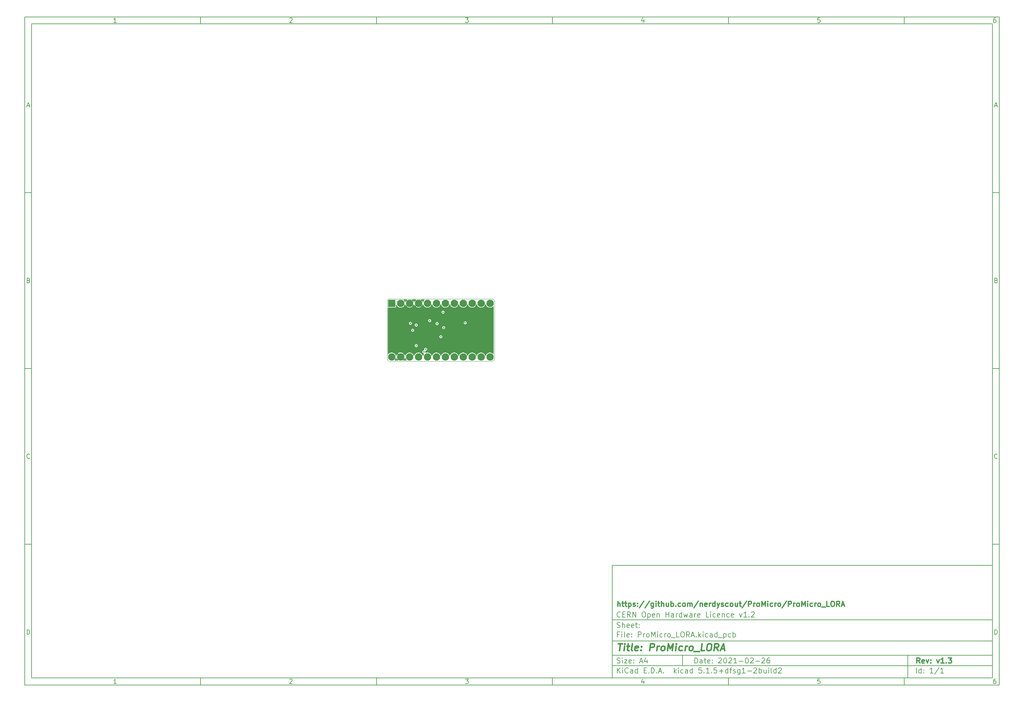
<source format=gbr>
G04 #@! TF.GenerationSoftware,KiCad,Pcbnew,5.1.5+dfsg1-2build2*
G04 #@! TF.CreationDate,2021-03-15T22:56:17+01:00*
G04 #@! TF.ProjectId,ProMicro_LORA,50726f4d-6963-4726-9f5f-4c4f52412e6b,v1.3*
G04 #@! TF.SameCoordinates,Original*
G04 #@! TF.FileFunction,Copper,L2,Inr*
G04 #@! TF.FilePolarity,Positive*
%FSLAX46Y46*%
G04 Gerber Fmt 4.6, Leading zero omitted, Abs format (unit mm)*
G04 Created by KiCad*
%MOMM*%
%LPD*%
G04 APERTURE LIST*
%ADD10C,0.100000*%
%ADD11C,0.150000*%
%ADD12C,0.300000*%
%ADD13C,0.400000*%
%ADD14R,2.100000X2.100000*%
%ADD15C,2.100000*%
%ADD16C,0.450000*%
G04 APERTURE END LIST*
D10*
D11*
X177002200Y-166007200D02*
X177002200Y-198007200D01*
X285002200Y-198007200D01*
X285002200Y-166007200D01*
X177002200Y-166007200D01*
D10*
D11*
X10000000Y-10000000D02*
X10000000Y-200007200D01*
X287002200Y-200007200D01*
X287002200Y-10000000D01*
X10000000Y-10000000D01*
D10*
D11*
X12000000Y-12000000D02*
X12000000Y-198007200D01*
X285002200Y-198007200D01*
X285002200Y-12000000D01*
X12000000Y-12000000D01*
D10*
D11*
X60000000Y-12000000D02*
X60000000Y-10000000D01*
D10*
D11*
X110000000Y-12000000D02*
X110000000Y-10000000D01*
D10*
D11*
X160000000Y-12000000D02*
X160000000Y-10000000D01*
D10*
D11*
X210000000Y-12000000D02*
X210000000Y-10000000D01*
D10*
D11*
X260000000Y-12000000D02*
X260000000Y-10000000D01*
D10*
D11*
X36065476Y-11588095D02*
X35322619Y-11588095D01*
X35694047Y-11588095D02*
X35694047Y-10288095D01*
X35570238Y-10473809D01*
X35446428Y-10597619D01*
X35322619Y-10659523D01*
D10*
D11*
X85322619Y-10411904D02*
X85384523Y-10350000D01*
X85508333Y-10288095D01*
X85817857Y-10288095D01*
X85941666Y-10350000D01*
X86003571Y-10411904D01*
X86065476Y-10535714D01*
X86065476Y-10659523D01*
X86003571Y-10845238D01*
X85260714Y-11588095D01*
X86065476Y-11588095D01*
D10*
D11*
X135260714Y-10288095D02*
X136065476Y-10288095D01*
X135632142Y-10783333D01*
X135817857Y-10783333D01*
X135941666Y-10845238D01*
X136003571Y-10907142D01*
X136065476Y-11030952D01*
X136065476Y-11340476D01*
X136003571Y-11464285D01*
X135941666Y-11526190D01*
X135817857Y-11588095D01*
X135446428Y-11588095D01*
X135322619Y-11526190D01*
X135260714Y-11464285D01*
D10*
D11*
X185941666Y-10721428D02*
X185941666Y-11588095D01*
X185632142Y-10226190D02*
X185322619Y-11154761D01*
X186127380Y-11154761D01*
D10*
D11*
X236003571Y-10288095D02*
X235384523Y-10288095D01*
X235322619Y-10907142D01*
X235384523Y-10845238D01*
X235508333Y-10783333D01*
X235817857Y-10783333D01*
X235941666Y-10845238D01*
X236003571Y-10907142D01*
X236065476Y-11030952D01*
X236065476Y-11340476D01*
X236003571Y-11464285D01*
X235941666Y-11526190D01*
X235817857Y-11588095D01*
X235508333Y-11588095D01*
X235384523Y-11526190D01*
X235322619Y-11464285D01*
D10*
D11*
X285941666Y-10288095D02*
X285694047Y-10288095D01*
X285570238Y-10350000D01*
X285508333Y-10411904D01*
X285384523Y-10597619D01*
X285322619Y-10845238D01*
X285322619Y-11340476D01*
X285384523Y-11464285D01*
X285446428Y-11526190D01*
X285570238Y-11588095D01*
X285817857Y-11588095D01*
X285941666Y-11526190D01*
X286003571Y-11464285D01*
X286065476Y-11340476D01*
X286065476Y-11030952D01*
X286003571Y-10907142D01*
X285941666Y-10845238D01*
X285817857Y-10783333D01*
X285570238Y-10783333D01*
X285446428Y-10845238D01*
X285384523Y-10907142D01*
X285322619Y-11030952D01*
D10*
D11*
X60000000Y-198007200D02*
X60000000Y-200007200D01*
D10*
D11*
X110000000Y-198007200D02*
X110000000Y-200007200D01*
D10*
D11*
X160000000Y-198007200D02*
X160000000Y-200007200D01*
D10*
D11*
X210000000Y-198007200D02*
X210000000Y-200007200D01*
D10*
D11*
X260000000Y-198007200D02*
X260000000Y-200007200D01*
D10*
D11*
X36065476Y-199595295D02*
X35322619Y-199595295D01*
X35694047Y-199595295D02*
X35694047Y-198295295D01*
X35570238Y-198481009D01*
X35446428Y-198604819D01*
X35322619Y-198666723D01*
D10*
D11*
X85322619Y-198419104D02*
X85384523Y-198357200D01*
X85508333Y-198295295D01*
X85817857Y-198295295D01*
X85941666Y-198357200D01*
X86003571Y-198419104D01*
X86065476Y-198542914D01*
X86065476Y-198666723D01*
X86003571Y-198852438D01*
X85260714Y-199595295D01*
X86065476Y-199595295D01*
D10*
D11*
X135260714Y-198295295D02*
X136065476Y-198295295D01*
X135632142Y-198790533D01*
X135817857Y-198790533D01*
X135941666Y-198852438D01*
X136003571Y-198914342D01*
X136065476Y-199038152D01*
X136065476Y-199347676D01*
X136003571Y-199471485D01*
X135941666Y-199533390D01*
X135817857Y-199595295D01*
X135446428Y-199595295D01*
X135322619Y-199533390D01*
X135260714Y-199471485D01*
D10*
D11*
X185941666Y-198728628D02*
X185941666Y-199595295D01*
X185632142Y-198233390D02*
X185322619Y-199161961D01*
X186127380Y-199161961D01*
D10*
D11*
X236003571Y-198295295D02*
X235384523Y-198295295D01*
X235322619Y-198914342D01*
X235384523Y-198852438D01*
X235508333Y-198790533D01*
X235817857Y-198790533D01*
X235941666Y-198852438D01*
X236003571Y-198914342D01*
X236065476Y-199038152D01*
X236065476Y-199347676D01*
X236003571Y-199471485D01*
X235941666Y-199533390D01*
X235817857Y-199595295D01*
X235508333Y-199595295D01*
X235384523Y-199533390D01*
X235322619Y-199471485D01*
D10*
D11*
X285941666Y-198295295D02*
X285694047Y-198295295D01*
X285570238Y-198357200D01*
X285508333Y-198419104D01*
X285384523Y-198604819D01*
X285322619Y-198852438D01*
X285322619Y-199347676D01*
X285384523Y-199471485D01*
X285446428Y-199533390D01*
X285570238Y-199595295D01*
X285817857Y-199595295D01*
X285941666Y-199533390D01*
X286003571Y-199471485D01*
X286065476Y-199347676D01*
X286065476Y-199038152D01*
X286003571Y-198914342D01*
X285941666Y-198852438D01*
X285817857Y-198790533D01*
X285570238Y-198790533D01*
X285446428Y-198852438D01*
X285384523Y-198914342D01*
X285322619Y-199038152D01*
D10*
D11*
X10000000Y-60000000D02*
X12000000Y-60000000D01*
D10*
D11*
X10000000Y-110000000D02*
X12000000Y-110000000D01*
D10*
D11*
X10000000Y-160000000D02*
X12000000Y-160000000D01*
D10*
D11*
X10690476Y-35216666D02*
X11309523Y-35216666D01*
X10566666Y-35588095D02*
X11000000Y-34288095D01*
X11433333Y-35588095D01*
D10*
D11*
X11092857Y-84907142D02*
X11278571Y-84969047D01*
X11340476Y-85030952D01*
X11402380Y-85154761D01*
X11402380Y-85340476D01*
X11340476Y-85464285D01*
X11278571Y-85526190D01*
X11154761Y-85588095D01*
X10659523Y-85588095D01*
X10659523Y-84288095D01*
X11092857Y-84288095D01*
X11216666Y-84350000D01*
X11278571Y-84411904D01*
X11340476Y-84535714D01*
X11340476Y-84659523D01*
X11278571Y-84783333D01*
X11216666Y-84845238D01*
X11092857Y-84907142D01*
X10659523Y-84907142D01*
D10*
D11*
X11402380Y-135464285D02*
X11340476Y-135526190D01*
X11154761Y-135588095D01*
X11030952Y-135588095D01*
X10845238Y-135526190D01*
X10721428Y-135402380D01*
X10659523Y-135278571D01*
X10597619Y-135030952D01*
X10597619Y-134845238D01*
X10659523Y-134597619D01*
X10721428Y-134473809D01*
X10845238Y-134350000D01*
X11030952Y-134288095D01*
X11154761Y-134288095D01*
X11340476Y-134350000D01*
X11402380Y-134411904D01*
D10*
D11*
X10659523Y-185588095D02*
X10659523Y-184288095D01*
X10969047Y-184288095D01*
X11154761Y-184350000D01*
X11278571Y-184473809D01*
X11340476Y-184597619D01*
X11402380Y-184845238D01*
X11402380Y-185030952D01*
X11340476Y-185278571D01*
X11278571Y-185402380D01*
X11154761Y-185526190D01*
X10969047Y-185588095D01*
X10659523Y-185588095D01*
D10*
D11*
X287002200Y-60000000D02*
X285002200Y-60000000D01*
D10*
D11*
X287002200Y-110000000D02*
X285002200Y-110000000D01*
D10*
D11*
X287002200Y-160000000D02*
X285002200Y-160000000D01*
D10*
D11*
X285692676Y-35216666D02*
X286311723Y-35216666D01*
X285568866Y-35588095D02*
X286002200Y-34288095D01*
X286435533Y-35588095D01*
D10*
D11*
X286095057Y-84907142D02*
X286280771Y-84969047D01*
X286342676Y-85030952D01*
X286404580Y-85154761D01*
X286404580Y-85340476D01*
X286342676Y-85464285D01*
X286280771Y-85526190D01*
X286156961Y-85588095D01*
X285661723Y-85588095D01*
X285661723Y-84288095D01*
X286095057Y-84288095D01*
X286218866Y-84350000D01*
X286280771Y-84411904D01*
X286342676Y-84535714D01*
X286342676Y-84659523D01*
X286280771Y-84783333D01*
X286218866Y-84845238D01*
X286095057Y-84907142D01*
X285661723Y-84907142D01*
D10*
D11*
X286404580Y-135464285D02*
X286342676Y-135526190D01*
X286156961Y-135588095D01*
X286033152Y-135588095D01*
X285847438Y-135526190D01*
X285723628Y-135402380D01*
X285661723Y-135278571D01*
X285599819Y-135030952D01*
X285599819Y-134845238D01*
X285661723Y-134597619D01*
X285723628Y-134473809D01*
X285847438Y-134350000D01*
X286033152Y-134288095D01*
X286156961Y-134288095D01*
X286342676Y-134350000D01*
X286404580Y-134411904D01*
D10*
D11*
X285661723Y-185588095D02*
X285661723Y-184288095D01*
X285971247Y-184288095D01*
X286156961Y-184350000D01*
X286280771Y-184473809D01*
X286342676Y-184597619D01*
X286404580Y-184845238D01*
X286404580Y-185030952D01*
X286342676Y-185278571D01*
X286280771Y-185402380D01*
X286156961Y-185526190D01*
X285971247Y-185588095D01*
X285661723Y-185588095D01*
D10*
D11*
X200434342Y-193785771D02*
X200434342Y-192285771D01*
X200791485Y-192285771D01*
X201005771Y-192357200D01*
X201148628Y-192500057D01*
X201220057Y-192642914D01*
X201291485Y-192928628D01*
X201291485Y-193142914D01*
X201220057Y-193428628D01*
X201148628Y-193571485D01*
X201005771Y-193714342D01*
X200791485Y-193785771D01*
X200434342Y-193785771D01*
X202577200Y-193785771D02*
X202577200Y-193000057D01*
X202505771Y-192857200D01*
X202362914Y-192785771D01*
X202077200Y-192785771D01*
X201934342Y-192857200D01*
X202577200Y-193714342D02*
X202434342Y-193785771D01*
X202077200Y-193785771D01*
X201934342Y-193714342D01*
X201862914Y-193571485D01*
X201862914Y-193428628D01*
X201934342Y-193285771D01*
X202077200Y-193214342D01*
X202434342Y-193214342D01*
X202577200Y-193142914D01*
X203077200Y-192785771D02*
X203648628Y-192785771D01*
X203291485Y-192285771D02*
X203291485Y-193571485D01*
X203362914Y-193714342D01*
X203505771Y-193785771D01*
X203648628Y-193785771D01*
X204720057Y-193714342D02*
X204577200Y-193785771D01*
X204291485Y-193785771D01*
X204148628Y-193714342D01*
X204077200Y-193571485D01*
X204077200Y-193000057D01*
X204148628Y-192857200D01*
X204291485Y-192785771D01*
X204577200Y-192785771D01*
X204720057Y-192857200D01*
X204791485Y-193000057D01*
X204791485Y-193142914D01*
X204077200Y-193285771D01*
X205434342Y-193642914D02*
X205505771Y-193714342D01*
X205434342Y-193785771D01*
X205362914Y-193714342D01*
X205434342Y-193642914D01*
X205434342Y-193785771D01*
X205434342Y-192857200D02*
X205505771Y-192928628D01*
X205434342Y-193000057D01*
X205362914Y-192928628D01*
X205434342Y-192857200D01*
X205434342Y-193000057D01*
X207220057Y-192428628D02*
X207291485Y-192357200D01*
X207434342Y-192285771D01*
X207791485Y-192285771D01*
X207934342Y-192357200D01*
X208005771Y-192428628D01*
X208077200Y-192571485D01*
X208077200Y-192714342D01*
X208005771Y-192928628D01*
X207148628Y-193785771D01*
X208077200Y-193785771D01*
X209005771Y-192285771D02*
X209148628Y-192285771D01*
X209291485Y-192357200D01*
X209362914Y-192428628D01*
X209434342Y-192571485D01*
X209505771Y-192857200D01*
X209505771Y-193214342D01*
X209434342Y-193500057D01*
X209362914Y-193642914D01*
X209291485Y-193714342D01*
X209148628Y-193785771D01*
X209005771Y-193785771D01*
X208862914Y-193714342D01*
X208791485Y-193642914D01*
X208720057Y-193500057D01*
X208648628Y-193214342D01*
X208648628Y-192857200D01*
X208720057Y-192571485D01*
X208791485Y-192428628D01*
X208862914Y-192357200D01*
X209005771Y-192285771D01*
X210077200Y-192428628D02*
X210148628Y-192357200D01*
X210291485Y-192285771D01*
X210648628Y-192285771D01*
X210791485Y-192357200D01*
X210862914Y-192428628D01*
X210934342Y-192571485D01*
X210934342Y-192714342D01*
X210862914Y-192928628D01*
X210005771Y-193785771D01*
X210934342Y-193785771D01*
X212362914Y-193785771D02*
X211505771Y-193785771D01*
X211934342Y-193785771D02*
X211934342Y-192285771D01*
X211791485Y-192500057D01*
X211648628Y-192642914D01*
X211505771Y-192714342D01*
X213005771Y-193214342D02*
X214148628Y-193214342D01*
X215148628Y-192285771D02*
X215291485Y-192285771D01*
X215434342Y-192357200D01*
X215505771Y-192428628D01*
X215577200Y-192571485D01*
X215648628Y-192857200D01*
X215648628Y-193214342D01*
X215577200Y-193500057D01*
X215505771Y-193642914D01*
X215434342Y-193714342D01*
X215291485Y-193785771D01*
X215148628Y-193785771D01*
X215005771Y-193714342D01*
X214934342Y-193642914D01*
X214862914Y-193500057D01*
X214791485Y-193214342D01*
X214791485Y-192857200D01*
X214862914Y-192571485D01*
X214934342Y-192428628D01*
X215005771Y-192357200D01*
X215148628Y-192285771D01*
X216220057Y-192428628D02*
X216291485Y-192357200D01*
X216434342Y-192285771D01*
X216791485Y-192285771D01*
X216934342Y-192357200D01*
X217005771Y-192428628D01*
X217077200Y-192571485D01*
X217077200Y-192714342D01*
X217005771Y-192928628D01*
X216148628Y-193785771D01*
X217077200Y-193785771D01*
X217720057Y-193214342D02*
X218862914Y-193214342D01*
X219505771Y-192428628D02*
X219577200Y-192357200D01*
X219720057Y-192285771D01*
X220077200Y-192285771D01*
X220220057Y-192357200D01*
X220291485Y-192428628D01*
X220362914Y-192571485D01*
X220362914Y-192714342D01*
X220291485Y-192928628D01*
X219434342Y-193785771D01*
X220362914Y-193785771D01*
X221648628Y-192285771D02*
X221362914Y-192285771D01*
X221220057Y-192357200D01*
X221148628Y-192428628D01*
X221005771Y-192642914D01*
X220934342Y-192928628D01*
X220934342Y-193500057D01*
X221005771Y-193642914D01*
X221077200Y-193714342D01*
X221220057Y-193785771D01*
X221505771Y-193785771D01*
X221648628Y-193714342D01*
X221720057Y-193642914D01*
X221791485Y-193500057D01*
X221791485Y-193142914D01*
X221720057Y-193000057D01*
X221648628Y-192928628D01*
X221505771Y-192857200D01*
X221220057Y-192857200D01*
X221077200Y-192928628D01*
X221005771Y-193000057D01*
X220934342Y-193142914D01*
D10*
D11*
X177002200Y-194507200D02*
X285002200Y-194507200D01*
D10*
D11*
X178434342Y-196585771D02*
X178434342Y-195085771D01*
X179291485Y-196585771D02*
X178648628Y-195728628D01*
X179291485Y-195085771D02*
X178434342Y-195942914D01*
X179934342Y-196585771D02*
X179934342Y-195585771D01*
X179934342Y-195085771D02*
X179862914Y-195157200D01*
X179934342Y-195228628D01*
X180005771Y-195157200D01*
X179934342Y-195085771D01*
X179934342Y-195228628D01*
X181505771Y-196442914D02*
X181434342Y-196514342D01*
X181220057Y-196585771D01*
X181077200Y-196585771D01*
X180862914Y-196514342D01*
X180720057Y-196371485D01*
X180648628Y-196228628D01*
X180577200Y-195942914D01*
X180577200Y-195728628D01*
X180648628Y-195442914D01*
X180720057Y-195300057D01*
X180862914Y-195157200D01*
X181077200Y-195085771D01*
X181220057Y-195085771D01*
X181434342Y-195157200D01*
X181505771Y-195228628D01*
X182791485Y-196585771D02*
X182791485Y-195800057D01*
X182720057Y-195657200D01*
X182577200Y-195585771D01*
X182291485Y-195585771D01*
X182148628Y-195657200D01*
X182791485Y-196514342D02*
X182648628Y-196585771D01*
X182291485Y-196585771D01*
X182148628Y-196514342D01*
X182077200Y-196371485D01*
X182077200Y-196228628D01*
X182148628Y-196085771D01*
X182291485Y-196014342D01*
X182648628Y-196014342D01*
X182791485Y-195942914D01*
X184148628Y-196585771D02*
X184148628Y-195085771D01*
X184148628Y-196514342D02*
X184005771Y-196585771D01*
X183720057Y-196585771D01*
X183577200Y-196514342D01*
X183505771Y-196442914D01*
X183434342Y-196300057D01*
X183434342Y-195871485D01*
X183505771Y-195728628D01*
X183577200Y-195657200D01*
X183720057Y-195585771D01*
X184005771Y-195585771D01*
X184148628Y-195657200D01*
X186005771Y-195800057D02*
X186505771Y-195800057D01*
X186720057Y-196585771D02*
X186005771Y-196585771D01*
X186005771Y-195085771D01*
X186720057Y-195085771D01*
X187362914Y-196442914D02*
X187434342Y-196514342D01*
X187362914Y-196585771D01*
X187291485Y-196514342D01*
X187362914Y-196442914D01*
X187362914Y-196585771D01*
X188077200Y-196585771D02*
X188077200Y-195085771D01*
X188434342Y-195085771D01*
X188648628Y-195157200D01*
X188791485Y-195300057D01*
X188862914Y-195442914D01*
X188934342Y-195728628D01*
X188934342Y-195942914D01*
X188862914Y-196228628D01*
X188791485Y-196371485D01*
X188648628Y-196514342D01*
X188434342Y-196585771D01*
X188077200Y-196585771D01*
X189577200Y-196442914D02*
X189648628Y-196514342D01*
X189577200Y-196585771D01*
X189505771Y-196514342D01*
X189577200Y-196442914D01*
X189577200Y-196585771D01*
X190220057Y-196157200D02*
X190934342Y-196157200D01*
X190077200Y-196585771D02*
X190577200Y-195085771D01*
X191077200Y-196585771D01*
X191577200Y-196442914D02*
X191648628Y-196514342D01*
X191577200Y-196585771D01*
X191505771Y-196514342D01*
X191577200Y-196442914D01*
X191577200Y-196585771D01*
X194577200Y-196585771D02*
X194577200Y-195085771D01*
X194720057Y-196014342D02*
X195148628Y-196585771D01*
X195148628Y-195585771D02*
X194577200Y-196157200D01*
X195791485Y-196585771D02*
X195791485Y-195585771D01*
X195791485Y-195085771D02*
X195720057Y-195157200D01*
X195791485Y-195228628D01*
X195862914Y-195157200D01*
X195791485Y-195085771D01*
X195791485Y-195228628D01*
X197148628Y-196514342D02*
X197005771Y-196585771D01*
X196720057Y-196585771D01*
X196577200Y-196514342D01*
X196505771Y-196442914D01*
X196434342Y-196300057D01*
X196434342Y-195871485D01*
X196505771Y-195728628D01*
X196577200Y-195657200D01*
X196720057Y-195585771D01*
X197005771Y-195585771D01*
X197148628Y-195657200D01*
X198434342Y-196585771D02*
X198434342Y-195800057D01*
X198362914Y-195657200D01*
X198220057Y-195585771D01*
X197934342Y-195585771D01*
X197791485Y-195657200D01*
X198434342Y-196514342D02*
X198291485Y-196585771D01*
X197934342Y-196585771D01*
X197791485Y-196514342D01*
X197720057Y-196371485D01*
X197720057Y-196228628D01*
X197791485Y-196085771D01*
X197934342Y-196014342D01*
X198291485Y-196014342D01*
X198434342Y-195942914D01*
X199791485Y-196585771D02*
X199791485Y-195085771D01*
X199791485Y-196514342D02*
X199648628Y-196585771D01*
X199362914Y-196585771D01*
X199220057Y-196514342D01*
X199148628Y-196442914D01*
X199077200Y-196300057D01*
X199077200Y-195871485D01*
X199148628Y-195728628D01*
X199220057Y-195657200D01*
X199362914Y-195585771D01*
X199648628Y-195585771D01*
X199791485Y-195657200D01*
X202362914Y-195085771D02*
X201648628Y-195085771D01*
X201577200Y-195800057D01*
X201648628Y-195728628D01*
X201791485Y-195657200D01*
X202148628Y-195657200D01*
X202291485Y-195728628D01*
X202362914Y-195800057D01*
X202434342Y-195942914D01*
X202434342Y-196300057D01*
X202362914Y-196442914D01*
X202291485Y-196514342D01*
X202148628Y-196585771D01*
X201791485Y-196585771D01*
X201648628Y-196514342D01*
X201577200Y-196442914D01*
X203077200Y-196442914D02*
X203148628Y-196514342D01*
X203077200Y-196585771D01*
X203005771Y-196514342D01*
X203077200Y-196442914D01*
X203077200Y-196585771D01*
X204577200Y-196585771D02*
X203720057Y-196585771D01*
X204148628Y-196585771D02*
X204148628Y-195085771D01*
X204005771Y-195300057D01*
X203862914Y-195442914D01*
X203720057Y-195514342D01*
X205220057Y-196442914D02*
X205291485Y-196514342D01*
X205220057Y-196585771D01*
X205148628Y-196514342D01*
X205220057Y-196442914D01*
X205220057Y-196585771D01*
X206648628Y-195085771D02*
X205934342Y-195085771D01*
X205862914Y-195800057D01*
X205934342Y-195728628D01*
X206077200Y-195657200D01*
X206434342Y-195657200D01*
X206577200Y-195728628D01*
X206648628Y-195800057D01*
X206720057Y-195942914D01*
X206720057Y-196300057D01*
X206648628Y-196442914D01*
X206577200Y-196514342D01*
X206434342Y-196585771D01*
X206077200Y-196585771D01*
X205934342Y-196514342D01*
X205862914Y-196442914D01*
X207362914Y-196014342D02*
X208505771Y-196014342D01*
X207934342Y-196585771D02*
X207934342Y-195442914D01*
X209862914Y-196585771D02*
X209862914Y-195085771D01*
X209862914Y-196514342D02*
X209720057Y-196585771D01*
X209434342Y-196585771D01*
X209291485Y-196514342D01*
X209220057Y-196442914D01*
X209148628Y-196300057D01*
X209148628Y-195871485D01*
X209220057Y-195728628D01*
X209291485Y-195657200D01*
X209434342Y-195585771D01*
X209720057Y-195585771D01*
X209862914Y-195657200D01*
X210362914Y-195585771D02*
X210934342Y-195585771D01*
X210577200Y-196585771D02*
X210577200Y-195300057D01*
X210648628Y-195157200D01*
X210791485Y-195085771D01*
X210934342Y-195085771D01*
X211362914Y-196514342D02*
X211505771Y-196585771D01*
X211791485Y-196585771D01*
X211934342Y-196514342D01*
X212005771Y-196371485D01*
X212005771Y-196300057D01*
X211934342Y-196157200D01*
X211791485Y-196085771D01*
X211577200Y-196085771D01*
X211434342Y-196014342D01*
X211362914Y-195871485D01*
X211362914Y-195800057D01*
X211434342Y-195657200D01*
X211577200Y-195585771D01*
X211791485Y-195585771D01*
X211934342Y-195657200D01*
X213291485Y-195585771D02*
X213291485Y-196800057D01*
X213220057Y-196942914D01*
X213148628Y-197014342D01*
X213005771Y-197085771D01*
X212791485Y-197085771D01*
X212648628Y-197014342D01*
X213291485Y-196514342D02*
X213148628Y-196585771D01*
X212862914Y-196585771D01*
X212720057Y-196514342D01*
X212648628Y-196442914D01*
X212577200Y-196300057D01*
X212577200Y-195871485D01*
X212648628Y-195728628D01*
X212720057Y-195657200D01*
X212862914Y-195585771D01*
X213148628Y-195585771D01*
X213291485Y-195657200D01*
X214791485Y-196585771D02*
X213934342Y-196585771D01*
X214362914Y-196585771D02*
X214362914Y-195085771D01*
X214220057Y-195300057D01*
X214077200Y-195442914D01*
X213934342Y-195514342D01*
X215434342Y-196014342D02*
X216577200Y-196014342D01*
X217220057Y-195228628D02*
X217291485Y-195157200D01*
X217434342Y-195085771D01*
X217791485Y-195085771D01*
X217934342Y-195157200D01*
X218005771Y-195228628D01*
X218077200Y-195371485D01*
X218077200Y-195514342D01*
X218005771Y-195728628D01*
X217148628Y-196585771D01*
X218077200Y-196585771D01*
X218720057Y-196585771D02*
X218720057Y-195085771D01*
X218720057Y-195657200D02*
X218862914Y-195585771D01*
X219148628Y-195585771D01*
X219291485Y-195657200D01*
X219362914Y-195728628D01*
X219434342Y-195871485D01*
X219434342Y-196300057D01*
X219362914Y-196442914D01*
X219291485Y-196514342D01*
X219148628Y-196585771D01*
X218862914Y-196585771D01*
X218720057Y-196514342D01*
X220720057Y-195585771D02*
X220720057Y-196585771D01*
X220077200Y-195585771D02*
X220077200Y-196371485D01*
X220148628Y-196514342D01*
X220291485Y-196585771D01*
X220505771Y-196585771D01*
X220648628Y-196514342D01*
X220720057Y-196442914D01*
X221434342Y-196585771D02*
X221434342Y-195585771D01*
X221434342Y-195085771D02*
X221362914Y-195157200D01*
X221434342Y-195228628D01*
X221505771Y-195157200D01*
X221434342Y-195085771D01*
X221434342Y-195228628D01*
X222362914Y-196585771D02*
X222220057Y-196514342D01*
X222148628Y-196371485D01*
X222148628Y-195085771D01*
X223577200Y-196585771D02*
X223577200Y-195085771D01*
X223577200Y-196514342D02*
X223434342Y-196585771D01*
X223148628Y-196585771D01*
X223005771Y-196514342D01*
X222934342Y-196442914D01*
X222862914Y-196300057D01*
X222862914Y-195871485D01*
X222934342Y-195728628D01*
X223005771Y-195657200D01*
X223148628Y-195585771D01*
X223434342Y-195585771D01*
X223577200Y-195657200D01*
X224220057Y-195228628D02*
X224291485Y-195157200D01*
X224434342Y-195085771D01*
X224791485Y-195085771D01*
X224934342Y-195157200D01*
X225005771Y-195228628D01*
X225077200Y-195371485D01*
X225077200Y-195514342D01*
X225005771Y-195728628D01*
X224148628Y-196585771D01*
X225077200Y-196585771D01*
D10*
D11*
X177002200Y-191507200D02*
X285002200Y-191507200D01*
D10*
D12*
X264411485Y-193785771D02*
X263911485Y-193071485D01*
X263554342Y-193785771D02*
X263554342Y-192285771D01*
X264125771Y-192285771D01*
X264268628Y-192357200D01*
X264340057Y-192428628D01*
X264411485Y-192571485D01*
X264411485Y-192785771D01*
X264340057Y-192928628D01*
X264268628Y-193000057D01*
X264125771Y-193071485D01*
X263554342Y-193071485D01*
X265625771Y-193714342D02*
X265482914Y-193785771D01*
X265197200Y-193785771D01*
X265054342Y-193714342D01*
X264982914Y-193571485D01*
X264982914Y-193000057D01*
X265054342Y-192857200D01*
X265197200Y-192785771D01*
X265482914Y-192785771D01*
X265625771Y-192857200D01*
X265697200Y-193000057D01*
X265697200Y-193142914D01*
X264982914Y-193285771D01*
X266197200Y-192785771D02*
X266554342Y-193785771D01*
X266911485Y-192785771D01*
X267482914Y-193642914D02*
X267554342Y-193714342D01*
X267482914Y-193785771D01*
X267411485Y-193714342D01*
X267482914Y-193642914D01*
X267482914Y-193785771D01*
X267482914Y-192857200D02*
X267554342Y-192928628D01*
X267482914Y-193000057D01*
X267411485Y-192928628D01*
X267482914Y-192857200D01*
X267482914Y-193000057D01*
X269197200Y-192785771D02*
X269554342Y-193785771D01*
X269911485Y-192785771D01*
X271268628Y-193785771D02*
X270411485Y-193785771D01*
X270840057Y-193785771D02*
X270840057Y-192285771D01*
X270697200Y-192500057D01*
X270554342Y-192642914D01*
X270411485Y-192714342D01*
X271911485Y-193642914D02*
X271982914Y-193714342D01*
X271911485Y-193785771D01*
X271840057Y-193714342D01*
X271911485Y-193642914D01*
X271911485Y-193785771D01*
X272482914Y-192285771D02*
X273411485Y-192285771D01*
X272911485Y-192857200D01*
X273125771Y-192857200D01*
X273268628Y-192928628D01*
X273340057Y-193000057D01*
X273411485Y-193142914D01*
X273411485Y-193500057D01*
X273340057Y-193642914D01*
X273268628Y-193714342D01*
X273125771Y-193785771D01*
X272697200Y-193785771D01*
X272554342Y-193714342D01*
X272482914Y-193642914D01*
D10*
D11*
X178362914Y-193714342D02*
X178577200Y-193785771D01*
X178934342Y-193785771D01*
X179077200Y-193714342D01*
X179148628Y-193642914D01*
X179220057Y-193500057D01*
X179220057Y-193357200D01*
X179148628Y-193214342D01*
X179077200Y-193142914D01*
X178934342Y-193071485D01*
X178648628Y-193000057D01*
X178505771Y-192928628D01*
X178434342Y-192857200D01*
X178362914Y-192714342D01*
X178362914Y-192571485D01*
X178434342Y-192428628D01*
X178505771Y-192357200D01*
X178648628Y-192285771D01*
X179005771Y-192285771D01*
X179220057Y-192357200D01*
X179862914Y-193785771D02*
X179862914Y-192785771D01*
X179862914Y-192285771D02*
X179791485Y-192357200D01*
X179862914Y-192428628D01*
X179934342Y-192357200D01*
X179862914Y-192285771D01*
X179862914Y-192428628D01*
X180434342Y-192785771D02*
X181220057Y-192785771D01*
X180434342Y-193785771D01*
X181220057Y-193785771D01*
X182362914Y-193714342D02*
X182220057Y-193785771D01*
X181934342Y-193785771D01*
X181791485Y-193714342D01*
X181720057Y-193571485D01*
X181720057Y-193000057D01*
X181791485Y-192857200D01*
X181934342Y-192785771D01*
X182220057Y-192785771D01*
X182362914Y-192857200D01*
X182434342Y-193000057D01*
X182434342Y-193142914D01*
X181720057Y-193285771D01*
X183077200Y-193642914D02*
X183148628Y-193714342D01*
X183077200Y-193785771D01*
X183005771Y-193714342D01*
X183077200Y-193642914D01*
X183077200Y-193785771D01*
X183077200Y-192857200D02*
X183148628Y-192928628D01*
X183077200Y-193000057D01*
X183005771Y-192928628D01*
X183077200Y-192857200D01*
X183077200Y-193000057D01*
X184862914Y-193357200D02*
X185577200Y-193357200D01*
X184720057Y-193785771D02*
X185220057Y-192285771D01*
X185720057Y-193785771D01*
X186862914Y-192785771D02*
X186862914Y-193785771D01*
X186505771Y-192214342D02*
X186148628Y-193285771D01*
X187077200Y-193285771D01*
D10*
D11*
X263434342Y-196585771D02*
X263434342Y-195085771D01*
X264791485Y-196585771D02*
X264791485Y-195085771D01*
X264791485Y-196514342D02*
X264648628Y-196585771D01*
X264362914Y-196585771D01*
X264220057Y-196514342D01*
X264148628Y-196442914D01*
X264077200Y-196300057D01*
X264077200Y-195871485D01*
X264148628Y-195728628D01*
X264220057Y-195657200D01*
X264362914Y-195585771D01*
X264648628Y-195585771D01*
X264791485Y-195657200D01*
X265505771Y-196442914D02*
X265577200Y-196514342D01*
X265505771Y-196585771D01*
X265434342Y-196514342D01*
X265505771Y-196442914D01*
X265505771Y-196585771D01*
X265505771Y-195657200D02*
X265577200Y-195728628D01*
X265505771Y-195800057D01*
X265434342Y-195728628D01*
X265505771Y-195657200D01*
X265505771Y-195800057D01*
X268148628Y-196585771D02*
X267291485Y-196585771D01*
X267720057Y-196585771D02*
X267720057Y-195085771D01*
X267577200Y-195300057D01*
X267434342Y-195442914D01*
X267291485Y-195514342D01*
X269862914Y-195014342D02*
X268577200Y-196942914D01*
X271148628Y-196585771D02*
X270291485Y-196585771D01*
X270720057Y-196585771D02*
X270720057Y-195085771D01*
X270577200Y-195300057D01*
X270434342Y-195442914D01*
X270291485Y-195514342D01*
D10*
D11*
X177002200Y-187507200D02*
X285002200Y-187507200D01*
D10*
D13*
X178714580Y-188211961D02*
X179857438Y-188211961D01*
X179036009Y-190211961D02*
X179286009Y-188211961D01*
X180274104Y-190211961D02*
X180440771Y-188878628D01*
X180524104Y-188211961D02*
X180416961Y-188307200D01*
X180500295Y-188402438D01*
X180607438Y-188307200D01*
X180524104Y-188211961D01*
X180500295Y-188402438D01*
X181107438Y-188878628D02*
X181869342Y-188878628D01*
X181476485Y-188211961D02*
X181262200Y-189926247D01*
X181333628Y-190116723D01*
X181512200Y-190211961D01*
X181702676Y-190211961D01*
X182655057Y-190211961D02*
X182476485Y-190116723D01*
X182405057Y-189926247D01*
X182619342Y-188211961D01*
X184190771Y-190116723D02*
X183988390Y-190211961D01*
X183607438Y-190211961D01*
X183428866Y-190116723D01*
X183357438Y-189926247D01*
X183452676Y-189164342D01*
X183571723Y-188973866D01*
X183774104Y-188878628D01*
X184155057Y-188878628D01*
X184333628Y-188973866D01*
X184405057Y-189164342D01*
X184381247Y-189354819D01*
X183405057Y-189545295D01*
X185155057Y-190021485D02*
X185238390Y-190116723D01*
X185131247Y-190211961D01*
X185047914Y-190116723D01*
X185155057Y-190021485D01*
X185131247Y-190211961D01*
X185286009Y-188973866D02*
X185369342Y-189069104D01*
X185262200Y-189164342D01*
X185178866Y-189069104D01*
X185286009Y-188973866D01*
X185262200Y-189164342D01*
X187607438Y-190211961D02*
X187857438Y-188211961D01*
X188619342Y-188211961D01*
X188797914Y-188307200D01*
X188881247Y-188402438D01*
X188952676Y-188592914D01*
X188916961Y-188878628D01*
X188797914Y-189069104D01*
X188690771Y-189164342D01*
X188488390Y-189259580D01*
X187726485Y-189259580D01*
X189607438Y-190211961D02*
X189774104Y-188878628D01*
X189726485Y-189259580D02*
X189845533Y-189069104D01*
X189952676Y-188973866D01*
X190155057Y-188878628D01*
X190345533Y-188878628D01*
X191131247Y-190211961D02*
X190952676Y-190116723D01*
X190869342Y-190021485D01*
X190797914Y-189831009D01*
X190869342Y-189259580D01*
X190988390Y-189069104D01*
X191095533Y-188973866D01*
X191297914Y-188878628D01*
X191583628Y-188878628D01*
X191762200Y-188973866D01*
X191845533Y-189069104D01*
X191916961Y-189259580D01*
X191845533Y-189831009D01*
X191726485Y-190021485D01*
X191619342Y-190116723D01*
X191416961Y-190211961D01*
X191131247Y-190211961D01*
X192655057Y-190211961D02*
X192905057Y-188211961D01*
X193393152Y-189640533D01*
X194238390Y-188211961D01*
X193988390Y-190211961D01*
X194940771Y-190211961D02*
X195107438Y-188878628D01*
X195190771Y-188211961D02*
X195083628Y-188307200D01*
X195166961Y-188402438D01*
X195274104Y-188307200D01*
X195190771Y-188211961D01*
X195166961Y-188402438D01*
X196762200Y-190116723D02*
X196559819Y-190211961D01*
X196178866Y-190211961D01*
X196000295Y-190116723D01*
X195916961Y-190021485D01*
X195845533Y-189831009D01*
X195916961Y-189259580D01*
X196036009Y-189069104D01*
X196143152Y-188973866D01*
X196345533Y-188878628D01*
X196726485Y-188878628D01*
X196905057Y-188973866D01*
X197607438Y-190211961D02*
X197774104Y-188878628D01*
X197726485Y-189259580D02*
X197845533Y-189069104D01*
X197952676Y-188973866D01*
X198155057Y-188878628D01*
X198345533Y-188878628D01*
X199131247Y-190211961D02*
X198952676Y-190116723D01*
X198869342Y-190021485D01*
X198797914Y-189831009D01*
X198869342Y-189259580D01*
X198988390Y-189069104D01*
X199095533Y-188973866D01*
X199297914Y-188878628D01*
X199583628Y-188878628D01*
X199762200Y-188973866D01*
X199845533Y-189069104D01*
X199916961Y-189259580D01*
X199845533Y-189831009D01*
X199726485Y-190021485D01*
X199619342Y-190116723D01*
X199416961Y-190211961D01*
X199131247Y-190211961D01*
X200155057Y-190402438D02*
X201678866Y-190402438D01*
X203131247Y-190211961D02*
X202178866Y-190211961D01*
X202428866Y-188211961D01*
X204428866Y-188211961D02*
X204809819Y-188211961D01*
X204988390Y-188307200D01*
X205155057Y-188497676D01*
X205202676Y-188878628D01*
X205119342Y-189545295D01*
X204976485Y-189926247D01*
X204762200Y-190116723D01*
X204559819Y-190211961D01*
X204178866Y-190211961D01*
X204000295Y-190116723D01*
X203833628Y-189926247D01*
X203786009Y-189545295D01*
X203869342Y-188878628D01*
X204012200Y-188497676D01*
X204226485Y-188307200D01*
X204428866Y-188211961D01*
X207036009Y-190211961D02*
X206488390Y-189259580D01*
X205893152Y-190211961D02*
X206143152Y-188211961D01*
X206905057Y-188211961D01*
X207083628Y-188307200D01*
X207166961Y-188402438D01*
X207238390Y-188592914D01*
X207202676Y-188878628D01*
X207083628Y-189069104D01*
X206976485Y-189164342D01*
X206774104Y-189259580D01*
X206012200Y-189259580D01*
X207869342Y-189640533D02*
X208821723Y-189640533D01*
X207607438Y-190211961D02*
X208524104Y-188211961D01*
X208940771Y-190211961D01*
D10*
D11*
X178934342Y-185600057D02*
X178434342Y-185600057D01*
X178434342Y-186385771D02*
X178434342Y-184885771D01*
X179148628Y-184885771D01*
X179720057Y-186385771D02*
X179720057Y-185385771D01*
X179720057Y-184885771D02*
X179648628Y-184957200D01*
X179720057Y-185028628D01*
X179791485Y-184957200D01*
X179720057Y-184885771D01*
X179720057Y-185028628D01*
X180648628Y-186385771D02*
X180505771Y-186314342D01*
X180434342Y-186171485D01*
X180434342Y-184885771D01*
X181791485Y-186314342D02*
X181648628Y-186385771D01*
X181362914Y-186385771D01*
X181220057Y-186314342D01*
X181148628Y-186171485D01*
X181148628Y-185600057D01*
X181220057Y-185457200D01*
X181362914Y-185385771D01*
X181648628Y-185385771D01*
X181791485Y-185457200D01*
X181862914Y-185600057D01*
X181862914Y-185742914D01*
X181148628Y-185885771D01*
X182505771Y-186242914D02*
X182577200Y-186314342D01*
X182505771Y-186385771D01*
X182434342Y-186314342D01*
X182505771Y-186242914D01*
X182505771Y-186385771D01*
X182505771Y-185457200D02*
X182577200Y-185528628D01*
X182505771Y-185600057D01*
X182434342Y-185528628D01*
X182505771Y-185457200D01*
X182505771Y-185600057D01*
X184362914Y-186385771D02*
X184362914Y-184885771D01*
X184934342Y-184885771D01*
X185077200Y-184957200D01*
X185148628Y-185028628D01*
X185220057Y-185171485D01*
X185220057Y-185385771D01*
X185148628Y-185528628D01*
X185077200Y-185600057D01*
X184934342Y-185671485D01*
X184362914Y-185671485D01*
X185862914Y-186385771D02*
X185862914Y-185385771D01*
X185862914Y-185671485D02*
X185934342Y-185528628D01*
X186005771Y-185457200D01*
X186148628Y-185385771D01*
X186291485Y-185385771D01*
X187005771Y-186385771D02*
X186862914Y-186314342D01*
X186791485Y-186242914D01*
X186720057Y-186100057D01*
X186720057Y-185671485D01*
X186791485Y-185528628D01*
X186862914Y-185457200D01*
X187005771Y-185385771D01*
X187220057Y-185385771D01*
X187362914Y-185457200D01*
X187434342Y-185528628D01*
X187505771Y-185671485D01*
X187505771Y-186100057D01*
X187434342Y-186242914D01*
X187362914Y-186314342D01*
X187220057Y-186385771D01*
X187005771Y-186385771D01*
X188148628Y-186385771D02*
X188148628Y-184885771D01*
X188648628Y-185957200D01*
X189148628Y-184885771D01*
X189148628Y-186385771D01*
X189862914Y-186385771D02*
X189862914Y-185385771D01*
X189862914Y-184885771D02*
X189791485Y-184957200D01*
X189862914Y-185028628D01*
X189934342Y-184957200D01*
X189862914Y-184885771D01*
X189862914Y-185028628D01*
X191220057Y-186314342D02*
X191077200Y-186385771D01*
X190791485Y-186385771D01*
X190648628Y-186314342D01*
X190577200Y-186242914D01*
X190505771Y-186100057D01*
X190505771Y-185671485D01*
X190577200Y-185528628D01*
X190648628Y-185457200D01*
X190791485Y-185385771D01*
X191077200Y-185385771D01*
X191220057Y-185457200D01*
X191862914Y-186385771D02*
X191862914Y-185385771D01*
X191862914Y-185671485D02*
X191934342Y-185528628D01*
X192005771Y-185457200D01*
X192148628Y-185385771D01*
X192291485Y-185385771D01*
X193005771Y-186385771D02*
X192862914Y-186314342D01*
X192791485Y-186242914D01*
X192720057Y-186100057D01*
X192720057Y-185671485D01*
X192791485Y-185528628D01*
X192862914Y-185457200D01*
X193005771Y-185385771D01*
X193220057Y-185385771D01*
X193362914Y-185457200D01*
X193434342Y-185528628D01*
X193505771Y-185671485D01*
X193505771Y-186100057D01*
X193434342Y-186242914D01*
X193362914Y-186314342D01*
X193220057Y-186385771D01*
X193005771Y-186385771D01*
X193791485Y-186528628D02*
X194934342Y-186528628D01*
X196005771Y-186385771D02*
X195291485Y-186385771D01*
X195291485Y-184885771D01*
X196791485Y-184885771D02*
X197077200Y-184885771D01*
X197220057Y-184957200D01*
X197362914Y-185100057D01*
X197434342Y-185385771D01*
X197434342Y-185885771D01*
X197362914Y-186171485D01*
X197220057Y-186314342D01*
X197077200Y-186385771D01*
X196791485Y-186385771D01*
X196648628Y-186314342D01*
X196505771Y-186171485D01*
X196434342Y-185885771D01*
X196434342Y-185385771D01*
X196505771Y-185100057D01*
X196648628Y-184957200D01*
X196791485Y-184885771D01*
X198934342Y-186385771D02*
X198434342Y-185671485D01*
X198077200Y-186385771D02*
X198077200Y-184885771D01*
X198648628Y-184885771D01*
X198791485Y-184957200D01*
X198862914Y-185028628D01*
X198934342Y-185171485D01*
X198934342Y-185385771D01*
X198862914Y-185528628D01*
X198791485Y-185600057D01*
X198648628Y-185671485D01*
X198077200Y-185671485D01*
X199505771Y-185957200D02*
X200220057Y-185957200D01*
X199362914Y-186385771D02*
X199862914Y-184885771D01*
X200362914Y-186385771D01*
X200862914Y-186242914D02*
X200934342Y-186314342D01*
X200862914Y-186385771D01*
X200791485Y-186314342D01*
X200862914Y-186242914D01*
X200862914Y-186385771D01*
X201577200Y-186385771D02*
X201577200Y-184885771D01*
X201720057Y-185814342D02*
X202148628Y-186385771D01*
X202148628Y-185385771D02*
X201577200Y-185957200D01*
X202791485Y-186385771D02*
X202791485Y-185385771D01*
X202791485Y-184885771D02*
X202720057Y-184957200D01*
X202791485Y-185028628D01*
X202862914Y-184957200D01*
X202791485Y-184885771D01*
X202791485Y-185028628D01*
X204148628Y-186314342D02*
X204005771Y-186385771D01*
X203720057Y-186385771D01*
X203577200Y-186314342D01*
X203505771Y-186242914D01*
X203434342Y-186100057D01*
X203434342Y-185671485D01*
X203505771Y-185528628D01*
X203577200Y-185457200D01*
X203720057Y-185385771D01*
X204005771Y-185385771D01*
X204148628Y-185457200D01*
X205434342Y-186385771D02*
X205434342Y-185600057D01*
X205362914Y-185457200D01*
X205220057Y-185385771D01*
X204934342Y-185385771D01*
X204791485Y-185457200D01*
X205434342Y-186314342D02*
X205291485Y-186385771D01*
X204934342Y-186385771D01*
X204791485Y-186314342D01*
X204720057Y-186171485D01*
X204720057Y-186028628D01*
X204791485Y-185885771D01*
X204934342Y-185814342D01*
X205291485Y-185814342D01*
X205434342Y-185742914D01*
X206791485Y-186385771D02*
X206791485Y-184885771D01*
X206791485Y-186314342D02*
X206648628Y-186385771D01*
X206362914Y-186385771D01*
X206220057Y-186314342D01*
X206148628Y-186242914D01*
X206077200Y-186100057D01*
X206077200Y-185671485D01*
X206148628Y-185528628D01*
X206220057Y-185457200D01*
X206362914Y-185385771D01*
X206648628Y-185385771D01*
X206791485Y-185457200D01*
X207148628Y-186528628D02*
X208291485Y-186528628D01*
X208648628Y-185385771D02*
X208648628Y-186885771D01*
X208648628Y-185457200D02*
X208791485Y-185385771D01*
X209077200Y-185385771D01*
X209220057Y-185457200D01*
X209291485Y-185528628D01*
X209362914Y-185671485D01*
X209362914Y-186100057D01*
X209291485Y-186242914D01*
X209220057Y-186314342D01*
X209077200Y-186385771D01*
X208791485Y-186385771D01*
X208648628Y-186314342D01*
X210648628Y-186314342D02*
X210505771Y-186385771D01*
X210220057Y-186385771D01*
X210077200Y-186314342D01*
X210005771Y-186242914D01*
X209934342Y-186100057D01*
X209934342Y-185671485D01*
X210005771Y-185528628D01*
X210077200Y-185457200D01*
X210220057Y-185385771D01*
X210505771Y-185385771D01*
X210648628Y-185457200D01*
X211291485Y-186385771D02*
X211291485Y-184885771D01*
X211291485Y-185457200D02*
X211434342Y-185385771D01*
X211720057Y-185385771D01*
X211862914Y-185457200D01*
X211934342Y-185528628D01*
X212005771Y-185671485D01*
X212005771Y-186100057D01*
X211934342Y-186242914D01*
X211862914Y-186314342D01*
X211720057Y-186385771D01*
X211434342Y-186385771D01*
X211291485Y-186314342D01*
D10*
D11*
X177002200Y-181507200D02*
X285002200Y-181507200D01*
D10*
D11*
X178362914Y-183614342D02*
X178577200Y-183685771D01*
X178934342Y-183685771D01*
X179077200Y-183614342D01*
X179148628Y-183542914D01*
X179220057Y-183400057D01*
X179220057Y-183257200D01*
X179148628Y-183114342D01*
X179077200Y-183042914D01*
X178934342Y-182971485D01*
X178648628Y-182900057D01*
X178505771Y-182828628D01*
X178434342Y-182757200D01*
X178362914Y-182614342D01*
X178362914Y-182471485D01*
X178434342Y-182328628D01*
X178505771Y-182257200D01*
X178648628Y-182185771D01*
X179005771Y-182185771D01*
X179220057Y-182257200D01*
X179862914Y-183685771D02*
X179862914Y-182185771D01*
X180505771Y-183685771D02*
X180505771Y-182900057D01*
X180434342Y-182757200D01*
X180291485Y-182685771D01*
X180077200Y-182685771D01*
X179934342Y-182757200D01*
X179862914Y-182828628D01*
X181791485Y-183614342D02*
X181648628Y-183685771D01*
X181362914Y-183685771D01*
X181220057Y-183614342D01*
X181148628Y-183471485D01*
X181148628Y-182900057D01*
X181220057Y-182757200D01*
X181362914Y-182685771D01*
X181648628Y-182685771D01*
X181791485Y-182757200D01*
X181862914Y-182900057D01*
X181862914Y-183042914D01*
X181148628Y-183185771D01*
X183077200Y-183614342D02*
X182934342Y-183685771D01*
X182648628Y-183685771D01*
X182505771Y-183614342D01*
X182434342Y-183471485D01*
X182434342Y-182900057D01*
X182505771Y-182757200D01*
X182648628Y-182685771D01*
X182934342Y-182685771D01*
X183077200Y-182757200D01*
X183148628Y-182900057D01*
X183148628Y-183042914D01*
X182434342Y-183185771D01*
X183577200Y-182685771D02*
X184148628Y-182685771D01*
X183791485Y-182185771D02*
X183791485Y-183471485D01*
X183862914Y-183614342D01*
X184005771Y-183685771D01*
X184148628Y-183685771D01*
X184648628Y-183542914D02*
X184720057Y-183614342D01*
X184648628Y-183685771D01*
X184577200Y-183614342D01*
X184648628Y-183542914D01*
X184648628Y-183685771D01*
X184648628Y-182757200D02*
X184720057Y-182828628D01*
X184648628Y-182900057D01*
X184577200Y-182828628D01*
X184648628Y-182757200D01*
X184648628Y-182900057D01*
D10*
D11*
X179291485Y-180542914D02*
X179220057Y-180614342D01*
X179005771Y-180685771D01*
X178862914Y-180685771D01*
X178648628Y-180614342D01*
X178505771Y-180471485D01*
X178434342Y-180328628D01*
X178362914Y-180042914D01*
X178362914Y-179828628D01*
X178434342Y-179542914D01*
X178505771Y-179400057D01*
X178648628Y-179257200D01*
X178862914Y-179185771D01*
X179005771Y-179185771D01*
X179220057Y-179257200D01*
X179291485Y-179328628D01*
X179934342Y-179900057D02*
X180434342Y-179900057D01*
X180648628Y-180685771D02*
X179934342Y-180685771D01*
X179934342Y-179185771D01*
X180648628Y-179185771D01*
X182148628Y-180685771D02*
X181648628Y-179971485D01*
X181291485Y-180685771D02*
X181291485Y-179185771D01*
X181862914Y-179185771D01*
X182005771Y-179257200D01*
X182077200Y-179328628D01*
X182148628Y-179471485D01*
X182148628Y-179685771D01*
X182077200Y-179828628D01*
X182005771Y-179900057D01*
X181862914Y-179971485D01*
X181291485Y-179971485D01*
X182791485Y-180685771D02*
X182791485Y-179185771D01*
X183648628Y-180685771D01*
X183648628Y-179185771D01*
X185791485Y-179185771D02*
X186077200Y-179185771D01*
X186220057Y-179257200D01*
X186362914Y-179400057D01*
X186434342Y-179685771D01*
X186434342Y-180185771D01*
X186362914Y-180471485D01*
X186220057Y-180614342D01*
X186077200Y-180685771D01*
X185791485Y-180685771D01*
X185648628Y-180614342D01*
X185505771Y-180471485D01*
X185434342Y-180185771D01*
X185434342Y-179685771D01*
X185505771Y-179400057D01*
X185648628Y-179257200D01*
X185791485Y-179185771D01*
X187077200Y-179685771D02*
X187077200Y-181185771D01*
X187077200Y-179757200D02*
X187220057Y-179685771D01*
X187505771Y-179685771D01*
X187648628Y-179757200D01*
X187720057Y-179828628D01*
X187791485Y-179971485D01*
X187791485Y-180400057D01*
X187720057Y-180542914D01*
X187648628Y-180614342D01*
X187505771Y-180685771D01*
X187220057Y-180685771D01*
X187077200Y-180614342D01*
X189005771Y-180614342D02*
X188862914Y-180685771D01*
X188577200Y-180685771D01*
X188434342Y-180614342D01*
X188362914Y-180471485D01*
X188362914Y-179900057D01*
X188434342Y-179757200D01*
X188577200Y-179685771D01*
X188862914Y-179685771D01*
X189005771Y-179757200D01*
X189077200Y-179900057D01*
X189077200Y-180042914D01*
X188362914Y-180185771D01*
X189720057Y-179685771D02*
X189720057Y-180685771D01*
X189720057Y-179828628D02*
X189791485Y-179757200D01*
X189934342Y-179685771D01*
X190148628Y-179685771D01*
X190291485Y-179757200D01*
X190362914Y-179900057D01*
X190362914Y-180685771D01*
X192220057Y-180685771D02*
X192220057Y-179185771D01*
X192220057Y-179900057D02*
X193077200Y-179900057D01*
X193077200Y-180685771D02*
X193077200Y-179185771D01*
X194434342Y-180685771D02*
X194434342Y-179900057D01*
X194362914Y-179757200D01*
X194220057Y-179685771D01*
X193934342Y-179685771D01*
X193791485Y-179757200D01*
X194434342Y-180614342D02*
X194291485Y-180685771D01*
X193934342Y-180685771D01*
X193791485Y-180614342D01*
X193720057Y-180471485D01*
X193720057Y-180328628D01*
X193791485Y-180185771D01*
X193934342Y-180114342D01*
X194291485Y-180114342D01*
X194434342Y-180042914D01*
X195148628Y-180685771D02*
X195148628Y-179685771D01*
X195148628Y-179971485D02*
X195220057Y-179828628D01*
X195291485Y-179757200D01*
X195434342Y-179685771D01*
X195577200Y-179685771D01*
X196720057Y-180685771D02*
X196720057Y-179185771D01*
X196720057Y-180614342D02*
X196577200Y-180685771D01*
X196291485Y-180685771D01*
X196148628Y-180614342D01*
X196077200Y-180542914D01*
X196005771Y-180400057D01*
X196005771Y-179971485D01*
X196077200Y-179828628D01*
X196148628Y-179757200D01*
X196291485Y-179685771D01*
X196577200Y-179685771D01*
X196720057Y-179757200D01*
X197291485Y-179685771D02*
X197577200Y-180685771D01*
X197862914Y-179971485D01*
X198148628Y-180685771D01*
X198434342Y-179685771D01*
X199648628Y-180685771D02*
X199648628Y-179900057D01*
X199577200Y-179757200D01*
X199434342Y-179685771D01*
X199148628Y-179685771D01*
X199005771Y-179757200D01*
X199648628Y-180614342D02*
X199505771Y-180685771D01*
X199148628Y-180685771D01*
X199005771Y-180614342D01*
X198934342Y-180471485D01*
X198934342Y-180328628D01*
X199005771Y-180185771D01*
X199148628Y-180114342D01*
X199505771Y-180114342D01*
X199648628Y-180042914D01*
X200362914Y-180685771D02*
X200362914Y-179685771D01*
X200362914Y-179971485D02*
X200434342Y-179828628D01*
X200505771Y-179757200D01*
X200648628Y-179685771D01*
X200791485Y-179685771D01*
X201862914Y-180614342D02*
X201720057Y-180685771D01*
X201434342Y-180685771D01*
X201291485Y-180614342D01*
X201220057Y-180471485D01*
X201220057Y-179900057D01*
X201291485Y-179757200D01*
X201434342Y-179685771D01*
X201720057Y-179685771D01*
X201862914Y-179757200D01*
X201934342Y-179900057D01*
X201934342Y-180042914D01*
X201220057Y-180185771D01*
X204434342Y-180685771D02*
X203720057Y-180685771D01*
X203720057Y-179185771D01*
X204934342Y-180685771D02*
X204934342Y-179685771D01*
X204934342Y-179185771D02*
X204862914Y-179257200D01*
X204934342Y-179328628D01*
X205005771Y-179257200D01*
X204934342Y-179185771D01*
X204934342Y-179328628D01*
X206291485Y-180614342D02*
X206148628Y-180685771D01*
X205862914Y-180685771D01*
X205720057Y-180614342D01*
X205648628Y-180542914D01*
X205577200Y-180400057D01*
X205577200Y-179971485D01*
X205648628Y-179828628D01*
X205720057Y-179757200D01*
X205862914Y-179685771D01*
X206148628Y-179685771D01*
X206291485Y-179757200D01*
X207505771Y-180614342D02*
X207362914Y-180685771D01*
X207077200Y-180685771D01*
X206934342Y-180614342D01*
X206862914Y-180471485D01*
X206862914Y-179900057D01*
X206934342Y-179757200D01*
X207077200Y-179685771D01*
X207362914Y-179685771D01*
X207505771Y-179757200D01*
X207577200Y-179900057D01*
X207577200Y-180042914D01*
X206862914Y-180185771D01*
X208220057Y-179685771D02*
X208220057Y-180685771D01*
X208220057Y-179828628D02*
X208291485Y-179757200D01*
X208434342Y-179685771D01*
X208648628Y-179685771D01*
X208791485Y-179757200D01*
X208862914Y-179900057D01*
X208862914Y-180685771D01*
X210220057Y-180614342D02*
X210077200Y-180685771D01*
X209791485Y-180685771D01*
X209648628Y-180614342D01*
X209577200Y-180542914D01*
X209505771Y-180400057D01*
X209505771Y-179971485D01*
X209577200Y-179828628D01*
X209648628Y-179757200D01*
X209791485Y-179685771D01*
X210077200Y-179685771D01*
X210220057Y-179757200D01*
X211434342Y-180614342D02*
X211291485Y-180685771D01*
X211005771Y-180685771D01*
X210862914Y-180614342D01*
X210791485Y-180471485D01*
X210791485Y-179900057D01*
X210862914Y-179757200D01*
X211005771Y-179685771D01*
X211291485Y-179685771D01*
X211434342Y-179757200D01*
X211505771Y-179900057D01*
X211505771Y-180042914D01*
X210791485Y-180185771D01*
X213148628Y-179685771D02*
X213505771Y-180685771D01*
X213862914Y-179685771D01*
X215220057Y-180685771D02*
X214362914Y-180685771D01*
X214791485Y-180685771D02*
X214791485Y-179185771D01*
X214648628Y-179400057D01*
X214505771Y-179542914D01*
X214362914Y-179614342D01*
X215862914Y-180542914D02*
X215934342Y-180614342D01*
X215862914Y-180685771D01*
X215791485Y-180614342D01*
X215862914Y-180542914D01*
X215862914Y-180685771D01*
X216505771Y-179328628D02*
X216577200Y-179257200D01*
X216720057Y-179185771D01*
X217077200Y-179185771D01*
X217220057Y-179257200D01*
X217291485Y-179328628D01*
X217362914Y-179471485D01*
X217362914Y-179614342D01*
X217291485Y-179828628D01*
X216434342Y-180685771D01*
X217362914Y-180685771D01*
D10*
D12*
X178554342Y-177685771D02*
X178554342Y-176185771D01*
X179197200Y-177685771D02*
X179197200Y-176900057D01*
X179125771Y-176757200D01*
X178982914Y-176685771D01*
X178768628Y-176685771D01*
X178625771Y-176757200D01*
X178554342Y-176828628D01*
X179697200Y-176685771D02*
X180268628Y-176685771D01*
X179911485Y-176185771D02*
X179911485Y-177471485D01*
X179982914Y-177614342D01*
X180125771Y-177685771D01*
X180268628Y-177685771D01*
X180554342Y-176685771D02*
X181125771Y-176685771D01*
X180768628Y-176185771D02*
X180768628Y-177471485D01*
X180840057Y-177614342D01*
X180982914Y-177685771D01*
X181125771Y-177685771D01*
X181625771Y-176685771D02*
X181625771Y-178185771D01*
X181625771Y-176757200D02*
X181768628Y-176685771D01*
X182054342Y-176685771D01*
X182197200Y-176757200D01*
X182268628Y-176828628D01*
X182340057Y-176971485D01*
X182340057Y-177400057D01*
X182268628Y-177542914D01*
X182197200Y-177614342D01*
X182054342Y-177685771D01*
X181768628Y-177685771D01*
X181625771Y-177614342D01*
X182911485Y-177614342D02*
X183054342Y-177685771D01*
X183340057Y-177685771D01*
X183482914Y-177614342D01*
X183554342Y-177471485D01*
X183554342Y-177400057D01*
X183482914Y-177257200D01*
X183340057Y-177185771D01*
X183125771Y-177185771D01*
X182982914Y-177114342D01*
X182911485Y-176971485D01*
X182911485Y-176900057D01*
X182982914Y-176757200D01*
X183125771Y-176685771D01*
X183340057Y-176685771D01*
X183482914Y-176757200D01*
X184197200Y-177542914D02*
X184268628Y-177614342D01*
X184197200Y-177685771D01*
X184125771Y-177614342D01*
X184197200Y-177542914D01*
X184197200Y-177685771D01*
X184197200Y-176757200D02*
X184268628Y-176828628D01*
X184197200Y-176900057D01*
X184125771Y-176828628D01*
X184197200Y-176757200D01*
X184197200Y-176900057D01*
X185982914Y-176114342D02*
X184697200Y-178042914D01*
X187554342Y-176114342D02*
X186268628Y-178042914D01*
X188697200Y-176685771D02*
X188697200Y-177900057D01*
X188625771Y-178042914D01*
X188554342Y-178114342D01*
X188411485Y-178185771D01*
X188197200Y-178185771D01*
X188054342Y-178114342D01*
X188697200Y-177614342D02*
X188554342Y-177685771D01*
X188268628Y-177685771D01*
X188125771Y-177614342D01*
X188054342Y-177542914D01*
X187982914Y-177400057D01*
X187982914Y-176971485D01*
X188054342Y-176828628D01*
X188125771Y-176757200D01*
X188268628Y-176685771D01*
X188554342Y-176685771D01*
X188697200Y-176757200D01*
X189411485Y-177685771D02*
X189411485Y-176685771D01*
X189411485Y-176185771D02*
X189340057Y-176257200D01*
X189411485Y-176328628D01*
X189482914Y-176257200D01*
X189411485Y-176185771D01*
X189411485Y-176328628D01*
X189911485Y-176685771D02*
X190482914Y-176685771D01*
X190125771Y-176185771D02*
X190125771Y-177471485D01*
X190197200Y-177614342D01*
X190340057Y-177685771D01*
X190482914Y-177685771D01*
X190982914Y-177685771D02*
X190982914Y-176185771D01*
X191625771Y-177685771D02*
X191625771Y-176900057D01*
X191554342Y-176757200D01*
X191411485Y-176685771D01*
X191197200Y-176685771D01*
X191054342Y-176757200D01*
X190982914Y-176828628D01*
X192982914Y-176685771D02*
X192982914Y-177685771D01*
X192340057Y-176685771D02*
X192340057Y-177471485D01*
X192411485Y-177614342D01*
X192554342Y-177685771D01*
X192768628Y-177685771D01*
X192911485Y-177614342D01*
X192982914Y-177542914D01*
X193697200Y-177685771D02*
X193697200Y-176185771D01*
X193697200Y-176757200D02*
X193840057Y-176685771D01*
X194125771Y-176685771D01*
X194268628Y-176757200D01*
X194340057Y-176828628D01*
X194411485Y-176971485D01*
X194411485Y-177400057D01*
X194340057Y-177542914D01*
X194268628Y-177614342D01*
X194125771Y-177685771D01*
X193840057Y-177685771D01*
X193697200Y-177614342D01*
X195054342Y-177542914D02*
X195125771Y-177614342D01*
X195054342Y-177685771D01*
X194982914Y-177614342D01*
X195054342Y-177542914D01*
X195054342Y-177685771D01*
X196411485Y-177614342D02*
X196268628Y-177685771D01*
X195982914Y-177685771D01*
X195840057Y-177614342D01*
X195768628Y-177542914D01*
X195697200Y-177400057D01*
X195697200Y-176971485D01*
X195768628Y-176828628D01*
X195840057Y-176757200D01*
X195982914Y-176685771D01*
X196268628Y-176685771D01*
X196411485Y-176757200D01*
X197268628Y-177685771D02*
X197125771Y-177614342D01*
X197054342Y-177542914D01*
X196982914Y-177400057D01*
X196982914Y-176971485D01*
X197054342Y-176828628D01*
X197125771Y-176757200D01*
X197268628Y-176685771D01*
X197482914Y-176685771D01*
X197625771Y-176757200D01*
X197697200Y-176828628D01*
X197768628Y-176971485D01*
X197768628Y-177400057D01*
X197697200Y-177542914D01*
X197625771Y-177614342D01*
X197482914Y-177685771D01*
X197268628Y-177685771D01*
X198411485Y-177685771D02*
X198411485Y-176685771D01*
X198411485Y-176828628D02*
X198482914Y-176757200D01*
X198625771Y-176685771D01*
X198840057Y-176685771D01*
X198982914Y-176757200D01*
X199054342Y-176900057D01*
X199054342Y-177685771D01*
X199054342Y-176900057D02*
X199125771Y-176757200D01*
X199268628Y-176685771D01*
X199482914Y-176685771D01*
X199625771Y-176757200D01*
X199697200Y-176900057D01*
X199697200Y-177685771D01*
X201482914Y-176114342D02*
X200197200Y-178042914D01*
X201982914Y-176685771D02*
X201982914Y-177685771D01*
X201982914Y-176828628D02*
X202054342Y-176757200D01*
X202197200Y-176685771D01*
X202411485Y-176685771D01*
X202554342Y-176757200D01*
X202625771Y-176900057D01*
X202625771Y-177685771D01*
X203911485Y-177614342D02*
X203768628Y-177685771D01*
X203482914Y-177685771D01*
X203340057Y-177614342D01*
X203268628Y-177471485D01*
X203268628Y-176900057D01*
X203340057Y-176757200D01*
X203482914Y-176685771D01*
X203768628Y-176685771D01*
X203911485Y-176757200D01*
X203982914Y-176900057D01*
X203982914Y-177042914D01*
X203268628Y-177185771D01*
X204625771Y-177685771D02*
X204625771Y-176685771D01*
X204625771Y-176971485D02*
X204697200Y-176828628D01*
X204768628Y-176757200D01*
X204911485Y-176685771D01*
X205054342Y-176685771D01*
X206197200Y-177685771D02*
X206197200Y-176185771D01*
X206197200Y-177614342D02*
X206054342Y-177685771D01*
X205768628Y-177685771D01*
X205625771Y-177614342D01*
X205554342Y-177542914D01*
X205482914Y-177400057D01*
X205482914Y-176971485D01*
X205554342Y-176828628D01*
X205625771Y-176757200D01*
X205768628Y-176685771D01*
X206054342Y-176685771D01*
X206197200Y-176757200D01*
X206768628Y-176685771D02*
X207125771Y-177685771D01*
X207482914Y-176685771D02*
X207125771Y-177685771D01*
X206982914Y-178042914D01*
X206911485Y-178114342D01*
X206768628Y-178185771D01*
X207982914Y-177614342D02*
X208125771Y-177685771D01*
X208411485Y-177685771D01*
X208554342Y-177614342D01*
X208625771Y-177471485D01*
X208625771Y-177400057D01*
X208554342Y-177257200D01*
X208411485Y-177185771D01*
X208197200Y-177185771D01*
X208054342Y-177114342D01*
X207982914Y-176971485D01*
X207982914Y-176900057D01*
X208054342Y-176757200D01*
X208197200Y-176685771D01*
X208411485Y-176685771D01*
X208554342Y-176757200D01*
X209911485Y-177614342D02*
X209768628Y-177685771D01*
X209482914Y-177685771D01*
X209340057Y-177614342D01*
X209268628Y-177542914D01*
X209197200Y-177400057D01*
X209197200Y-176971485D01*
X209268628Y-176828628D01*
X209340057Y-176757200D01*
X209482914Y-176685771D01*
X209768628Y-176685771D01*
X209911485Y-176757200D01*
X210768628Y-177685771D02*
X210625771Y-177614342D01*
X210554342Y-177542914D01*
X210482914Y-177400057D01*
X210482914Y-176971485D01*
X210554342Y-176828628D01*
X210625771Y-176757200D01*
X210768628Y-176685771D01*
X210982914Y-176685771D01*
X211125771Y-176757200D01*
X211197200Y-176828628D01*
X211268628Y-176971485D01*
X211268628Y-177400057D01*
X211197200Y-177542914D01*
X211125771Y-177614342D01*
X210982914Y-177685771D01*
X210768628Y-177685771D01*
X212554342Y-176685771D02*
X212554342Y-177685771D01*
X211911485Y-176685771D02*
X211911485Y-177471485D01*
X211982914Y-177614342D01*
X212125771Y-177685771D01*
X212340057Y-177685771D01*
X212482914Y-177614342D01*
X212554342Y-177542914D01*
X213054342Y-176685771D02*
X213625771Y-176685771D01*
X213268628Y-176185771D02*
X213268628Y-177471485D01*
X213340057Y-177614342D01*
X213482914Y-177685771D01*
X213625771Y-177685771D01*
X215197200Y-176114342D02*
X213911485Y-178042914D01*
X215697200Y-177685771D02*
X215697200Y-176185771D01*
X216268628Y-176185771D01*
X216411485Y-176257200D01*
X216482914Y-176328628D01*
X216554342Y-176471485D01*
X216554342Y-176685771D01*
X216482914Y-176828628D01*
X216411485Y-176900057D01*
X216268628Y-176971485D01*
X215697200Y-176971485D01*
X217197200Y-177685771D02*
X217197200Y-176685771D01*
X217197200Y-176971485D02*
X217268628Y-176828628D01*
X217340057Y-176757200D01*
X217482914Y-176685771D01*
X217625771Y-176685771D01*
X218340057Y-177685771D02*
X218197200Y-177614342D01*
X218125771Y-177542914D01*
X218054342Y-177400057D01*
X218054342Y-176971485D01*
X218125771Y-176828628D01*
X218197200Y-176757200D01*
X218340057Y-176685771D01*
X218554342Y-176685771D01*
X218697200Y-176757200D01*
X218768628Y-176828628D01*
X218840057Y-176971485D01*
X218840057Y-177400057D01*
X218768628Y-177542914D01*
X218697200Y-177614342D01*
X218554342Y-177685771D01*
X218340057Y-177685771D01*
X219482914Y-177685771D02*
X219482914Y-176185771D01*
X219982914Y-177257200D01*
X220482914Y-176185771D01*
X220482914Y-177685771D01*
X221197200Y-177685771D02*
X221197200Y-176685771D01*
X221197200Y-176185771D02*
X221125771Y-176257200D01*
X221197200Y-176328628D01*
X221268628Y-176257200D01*
X221197200Y-176185771D01*
X221197200Y-176328628D01*
X222554342Y-177614342D02*
X222411485Y-177685771D01*
X222125771Y-177685771D01*
X221982914Y-177614342D01*
X221911485Y-177542914D01*
X221840057Y-177400057D01*
X221840057Y-176971485D01*
X221911485Y-176828628D01*
X221982914Y-176757200D01*
X222125771Y-176685771D01*
X222411485Y-176685771D01*
X222554342Y-176757200D01*
X223197200Y-177685771D02*
X223197200Y-176685771D01*
X223197200Y-176971485D02*
X223268628Y-176828628D01*
X223340057Y-176757200D01*
X223482914Y-176685771D01*
X223625771Y-176685771D01*
X224340057Y-177685771D02*
X224197200Y-177614342D01*
X224125771Y-177542914D01*
X224054342Y-177400057D01*
X224054342Y-176971485D01*
X224125771Y-176828628D01*
X224197200Y-176757200D01*
X224340057Y-176685771D01*
X224554342Y-176685771D01*
X224697200Y-176757200D01*
X224768628Y-176828628D01*
X224840057Y-176971485D01*
X224840057Y-177400057D01*
X224768628Y-177542914D01*
X224697200Y-177614342D01*
X224554342Y-177685771D01*
X224340057Y-177685771D01*
X226554342Y-176114342D02*
X225268628Y-178042914D01*
X227054342Y-177685771D02*
X227054342Y-176185771D01*
X227625771Y-176185771D01*
X227768628Y-176257200D01*
X227840057Y-176328628D01*
X227911485Y-176471485D01*
X227911485Y-176685771D01*
X227840057Y-176828628D01*
X227768628Y-176900057D01*
X227625771Y-176971485D01*
X227054342Y-176971485D01*
X228554342Y-177685771D02*
X228554342Y-176685771D01*
X228554342Y-176971485D02*
X228625771Y-176828628D01*
X228697200Y-176757200D01*
X228840057Y-176685771D01*
X228982914Y-176685771D01*
X229697200Y-177685771D02*
X229554342Y-177614342D01*
X229482914Y-177542914D01*
X229411485Y-177400057D01*
X229411485Y-176971485D01*
X229482914Y-176828628D01*
X229554342Y-176757200D01*
X229697200Y-176685771D01*
X229911485Y-176685771D01*
X230054342Y-176757200D01*
X230125771Y-176828628D01*
X230197200Y-176971485D01*
X230197200Y-177400057D01*
X230125771Y-177542914D01*
X230054342Y-177614342D01*
X229911485Y-177685771D01*
X229697200Y-177685771D01*
X230840057Y-177685771D02*
X230840057Y-176185771D01*
X231340057Y-177257200D01*
X231840057Y-176185771D01*
X231840057Y-177685771D01*
X232554342Y-177685771D02*
X232554342Y-176685771D01*
X232554342Y-176185771D02*
X232482914Y-176257200D01*
X232554342Y-176328628D01*
X232625771Y-176257200D01*
X232554342Y-176185771D01*
X232554342Y-176328628D01*
X233911485Y-177614342D02*
X233768628Y-177685771D01*
X233482914Y-177685771D01*
X233340057Y-177614342D01*
X233268628Y-177542914D01*
X233197200Y-177400057D01*
X233197200Y-176971485D01*
X233268628Y-176828628D01*
X233340057Y-176757200D01*
X233482914Y-176685771D01*
X233768628Y-176685771D01*
X233911485Y-176757200D01*
X234554342Y-177685771D02*
X234554342Y-176685771D01*
X234554342Y-176971485D02*
X234625771Y-176828628D01*
X234697200Y-176757200D01*
X234840057Y-176685771D01*
X234982914Y-176685771D01*
X235697200Y-177685771D02*
X235554342Y-177614342D01*
X235482914Y-177542914D01*
X235411485Y-177400057D01*
X235411485Y-176971485D01*
X235482914Y-176828628D01*
X235554342Y-176757200D01*
X235697200Y-176685771D01*
X235911485Y-176685771D01*
X236054342Y-176757200D01*
X236125771Y-176828628D01*
X236197200Y-176971485D01*
X236197200Y-177400057D01*
X236125771Y-177542914D01*
X236054342Y-177614342D01*
X235911485Y-177685771D01*
X235697200Y-177685771D01*
X236482914Y-177828628D02*
X237625771Y-177828628D01*
X238697200Y-177685771D02*
X237982914Y-177685771D01*
X237982914Y-176185771D01*
X239482914Y-176185771D02*
X239768628Y-176185771D01*
X239911485Y-176257200D01*
X240054342Y-176400057D01*
X240125771Y-176685771D01*
X240125771Y-177185771D01*
X240054342Y-177471485D01*
X239911485Y-177614342D01*
X239768628Y-177685771D01*
X239482914Y-177685771D01*
X239340057Y-177614342D01*
X239197200Y-177471485D01*
X239125771Y-177185771D01*
X239125771Y-176685771D01*
X239197200Y-176400057D01*
X239340057Y-176257200D01*
X239482914Y-176185771D01*
X241625771Y-177685771D02*
X241125771Y-176971485D01*
X240768628Y-177685771D02*
X240768628Y-176185771D01*
X241340057Y-176185771D01*
X241482914Y-176257200D01*
X241554342Y-176328628D01*
X241625771Y-176471485D01*
X241625771Y-176685771D01*
X241554342Y-176828628D01*
X241482914Y-176900057D01*
X241340057Y-176971485D01*
X240768628Y-176971485D01*
X242197200Y-177257200D02*
X242911485Y-177257200D01*
X242054342Y-177685771D02*
X242554342Y-176185771D01*
X243054342Y-177685771D01*
D10*
D11*
X197002200Y-191507200D02*
X197002200Y-194507200D01*
D10*
D11*
X261002200Y-191507200D02*
X261002200Y-198007200D01*
D10*
X142875000Y-90170000D02*
X113665000Y-90170000D01*
X142875000Y-107950000D02*
X113665000Y-107950000D01*
X142875000Y-90170000D02*
G75*
G02X143510000Y-90805000I0J-635000D01*
G01*
X143510000Y-107315000D02*
G75*
G02X142875000Y-107950000I-635000J0D01*
G01*
X143510000Y-90805000D02*
X143510000Y-107315000D01*
X113665000Y-107950000D02*
G75*
G02X113030000Y-107315000I0J635000D01*
G01*
X113030000Y-90805000D02*
G75*
G02X113665000Y-90170000I635000J0D01*
G01*
X113030000Y-107315000D02*
X113030000Y-90805000D01*
D14*
X114300000Y-91440000D03*
D15*
X116840000Y-91440000D03*
X119380000Y-91440000D03*
X142240000Y-106680000D03*
X121920000Y-91440000D03*
X139700000Y-106680000D03*
X124460000Y-91440000D03*
X137160000Y-106680000D03*
X127000000Y-91440000D03*
X134620000Y-106680000D03*
X129540000Y-91440000D03*
X132080000Y-106680000D03*
X132080000Y-91440000D03*
X129540000Y-106680000D03*
X134620000Y-91440000D03*
X127000000Y-106680000D03*
X137160000Y-91440000D03*
X124460000Y-106680000D03*
X139700000Y-91440000D03*
X121920000Y-106680000D03*
X142240000Y-91440000D03*
X119380000Y-106680000D03*
X116840000Y-106680000D03*
X114300000Y-106680000D03*
D16*
X118110000Y-104775000D03*
X116840000Y-93345000D03*
X115570000Y-105410000D03*
X114300000Y-104140000D03*
X116840000Y-102870000D03*
X116840000Y-100965000D03*
X116840000Y-99060000D03*
X116840000Y-97155000D03*
X114300000Y-93980000D03*
X134239000Y-99060000D03*
X132588000Y-100330000D03*
X134239000Y-100330000D03*
X135382000Y-103759000D03*
X136525000Y-103759000D03*
X137795000Y-103759000D03*
X122491500Y-104330500D03*
X128270000Y-99695000D03*
X128290616Y-101976216D03*
X127508000Y-95250000D03*
X134239000Y-97917000D03*
X138938000Y-98298000D03*
X138938000Y-99822000D03*
X139065000Y-103759000D03*
X140462000Y-103759000D03*
X118110000Y-92583000D03*
X140970000Y-93980000D03*
X128270000Y-92583000D03*
X130810000Y-92583000D03*
X136525000Y-95885000D03*
X138430000Y-93980000D03*
X129540000Y-95250000D03*
X136525000Y-98107500D03*
X128270000Y-98704400D03*
X118110000Y-97155000D03*
X118110000Y-99060000D03*
X118110000Y-100965000D03*
X125730000Y-99060000D03*
X123190000Y-99060000D03*
X123190000Y-101600000D03*
X125730000Y-101600000D03*
X125730000Y-92583000D03*
X116840000Y-95250000D03*
X132969000Y-103251000D03*
X118364000Y-103886000D03*
X118364000Y-102743000D03*
X132715000Y-95123000D03*
X134239000Y-95123000D03*
X121031000Y-94615000D03*
X129540000Y-96774000D03*
X133350000Y-92583000D03*
X125222000Y-95250000D03*
X138938000Y-97536000D03*
X138938000Y-100584000D03*
X128270000Y-100965000D03*
X121285000Y-103505000D03*
X135191500Y-97002600D03*
X125095000Y-96393000D03*
X127190500Y-97218500D03*
X129055000Y-98371800D03*
X128905000Y-93980000D03*
X120269000Y-99119990D03*
X123952000Y-104521000D03*
X123443990Y-105283000D03*
X119634000Y-97155000D03*
X121285000Y-97663000D03*
D11*
G36*
X118541773Y-90495707D02*
G01*
X119380000Y-91333934D01*
X120218227Y-90495707D01*
X120184205Y-90445000D01*
X121115795Y-90445000D01*
X121081773Y-90495707D01*
X121920000Y-91333934D01*
X122758227Y-90495707D01*
X122724205Y-90445000D01*
X123581167Y-90445000D01*
X123430805Y-90595362D01*
X123285800Y-90812377D01*
X123186836Y-91051297D01*
X123141177Y-90909545D01*
X123039508Y-90719334D01*
X122864293Y-90601773D01*
X122026066Y-91440000D01*
X122864293Y-92278227D01*
X123039508Y-92160666D01*
X123158592Y-91928414D01*
X123186926Y-91828919D01*
X123285800Y-92067623D01*
X123430805Y-92284638D01*
X123615362Y-92469195D01*
X123832377Y-92614200D01*
X124073512Y-92714081D01*
X124329499Y-92765000D01*
X124590501Y-92765000D01*
X124846488Y-92714081D01*
X125087623Y-92614200D01*
X125304638Y-92469195D01*
X125489195Y-92284638D01*
X125634200Y-92067623D01*
X125730000Y-91836340D01*
X125825800Y-92067623D01*
X125970805Y-92284638D01*
X126155362Y-92469195D01*
X126372377Y-92614200D01*
X126613512Y-92714081D01*
X126869499Y-92765000D01*
X127130501Y-92765000D01*
X127386488Y-92714081D01*
X127627623Y-92614200D01*
X127844638Y-92469195D01*
X128029195Y-92284638D01*
X128174200Y-92067623D01*
X128270000Y-91836340D01*
X128365800Y-92067623D01*
X128510805Y-92284638D01*
X128695362Y-92469195D01*
X128912377Y-92614200D01*
X129153512Y-92714081D01*
X129409499Y-92765000D01*
X129670501Y-92765000D01*
X129926488Y-92714081D01*
X130167623Y-92614200D01*
X130384638Y-92469195D01*
X130569195Y-92284638D01*
X130714200Y-92067623D01*
X130810000Y-91836340D01*
X130905800Y-92067623D01*
X131050805Y-92284638D01*
X131235362Y-92469195D01*
X131452377Y-92614200D01*
X131693512Y-92714081D01*
X131949499Y-92765000D01*
X132210501Y-92765000D01*
X132466488Y-92714081D01*
X132707623Y-92614200D01*
X132924638Y-92469195D01*
X133109195Y-92284638D01*
X133254200Y-92067623D01*
X133350000Y-91836340D01*
X133445800Y-92067623D01*
X133590805Y-92284638D01*
X133775362Y-92469195D01*
X133992377Y-92614200D01*
X134233512Y-92714081D01*
X134489499Y-92765000D01*
X134750501Y-92765000D01*
X135006488Y-92714081D01*
X135247623Y-92614200D01*
X135464638Y-92469195D01*
X135649195Y-92284638D01*
X135794200Y-92067623D01*
X135890000Y-91836340D01*
X135985800Y-92067623D01*
X136130805Y-92284638D01*
X136315362Y-92469195D01*
X136532377Y-92614200D01*
X136773512Y-92714081D01*
X137029499Y-92765000D01*
X137290501Y-92765000D01*
X137546488Y-92714081D01*
X137787623Y-92614200D01*
X138004638Y-92469195D01*
X138189195Y-92284638D01*
X138334200Y-92067623D01*
X138430000Y-91836340D01*
X138525800Y-92067623D01*
X138670805Y-92284638D01*
X138855362Y-92469195D01*
X139072377Y-92614200D01*
X139313512Y-92714081D01*
X139569499Y-92765000D01*
X139830501Y-92765000D01*
X140086488Y-92714081D01*
X140327623Y-92614200D01*
X140544638Y-92469195D01*
X140729195Y-92284638D01*
X140874200Y-92067623D01*
X140970000Y-91836340D01*
X141065800Y-92067623D01*
X141210805Y-92284638D01*
X141395362Y-92469195D01*
X141612377Y-92614200D01*
X141853512Y-92714081D01*
X142109499Y-92765000D01*
X142370501Y-92765000D01*
X142626488Y-92714081D01*
X142867623Y-92614200D01*
X143084638Y-92469195D01*
X143235000Y-92318833D01*
X143235001Y-105801168D01*
X143084638Y-105650805D01*
X142867623Y-105505800D01*
X142626488Y-105405919D01*
X142370501Y-105355000D01*
X142109499Y-105355000D01*
X141853512Y-105405919D01*
X141612377Y-105505800D01*
X141395362Y-105650805D01*
X141210805Y-105835362D01*
X141065800Y-106052377D01*
X140970000Y-106283660D01*
X140874200Y-106052377D01*
X140729195Y-105835362D01*
X140544638Y-105650805D01*
X140327623Y-105505800D01*
X140086488Y-105405919D01*
X139830501Y-105355000D01*
X139569499Y-105355000D01*
X139313512Y-105405919D01*
X139072377Y-105505800D01*
X138855362Y-105650805D01*
X138670805Y-105835362D01*
X138525800Y-106052377D01*
X138430000Y-106283660D01*
X138334200Y-106052377D01*
X138189195Y-105835362D01*
X138004638Y-105650805D01*
X137787623Y-105505800D01*
X137546488Y-105405919D01*
X137290501Y-105355000D01*
X137029499Y-105355000D01*
X136773512Y-105405919D01*
X136532377Y-105505800D01*
X136315362Y-105650805D01*
X136130805Y-105835362D01*
X135985800Y-106052377D01*
X135890000Y-106283660D01*
X135794200Y-106052377D01*
X135649195Y-105835362D01*
X135464638Y-105650805D01*
X135247623Y-105505800D01*
X135006488Y-105405919D01*
X134750501Y-105355000D01*
X134489499Y-105355000D01*
X134233512Y-105405919D01*
X133992377Y-105505800D01*
X133775362Y-105650805D01*
X133590805Y-105835362D01*
X133445800Y-106052377D01*
X133350000Y-106283660D01*
X133254200Y-106052377D01*
X133109195Y-105835362D01*
X132924638Y-105650805D01*
X132707623Y-105505800D01*
X132466488Y-105405919D01*
X132210501Y-105355000D01*
X131949499Y-105355000D01*
X131693512Y-105405919D01*
X131452377Y-105505800D01*
X131235362Y-105650805D01*
X131050805Y-105835362D01*
X130905800Y-106052377D01*
X130810000Y-106283660D01*
X130714200Y-106052377D01*
X130569195Y-105835362D01*
X130384638Y-105650805D01*
X130167623Y-105505800D01*
X129926488Y-105405919D01*
X129670501Y-105355000D01*
X129409499Y-105355000D01*
X129153512Y-105405919D01*
X128912377Y-105505800D01*
X128695362Y-105650805D01*
X128510805Y-105835362D01*
X128365800Y-106052377D01*
X128270000Y-106283660D01*
X128174200Y-106052377D01*
X128029195Y-105835362D01*
X127844638Y-105650805D01*
X127627623Y-105505800D01*
X127386488Y-105405919D01*
X127130501Y-105355000D01*
X126869499Y-105355000D01*
X126613512Y-105405919D01*
X126372377Y-105505800D01*
X126155362Y-105650805D01*
X125970805Y-105835362D01*
X125825800Y-106052377D01*
X125730000Y-106283660D01*
X125634200Y-106052377D01*
X125489195Y-105835362D01*
X125304638Y-105650805D01*
X125087623Y-105505800D01*
X124846488Y-105405919D01*
X124590501Y-105355000D01*
X124329499Y-105355000D01*
X124073512Y-105405919D01*
X123905434Y-105475539D01*
X123924775Y-105428845D01*
X123943990Y-105332246D01*
X123943990Y-105233754D01*
X123924775Y-105137155D01*
X123887084Y-105046161D01*
X123865293Y-105013548D01*
X123902754Y-105021000D01*
X124001246Y-105021000D01*
X124097845Y-105001785D01*
X124188839Y-104964094D01*
X124270731Y-104909375D01*
X124340375Y-104839731D01*
X124395094Y-104757839D01*
X124432785Y-104666845D01*
X124452000Y-104570246D01*
X124452000Y-104471754D01*
X124432785Y-104375155D01*
X124395094Y-104284161D01*
X124340375Y-104202269D01*
X124270731Y-104132625D01*
X124188839Y-104077906D01*
X124097845Y-104040215D01*
X124001246Y-104021000D01*
X123902754Y-104021000D01*
X123806155Y-104040215D01*
X123715161Y-104077906D01*
X123633269Y-104132625D01*
X123563625Y-104202269D01*
X123508906Y-104284161D01*
X123471215Y-104375155D01*
X123452000Y-104471754D01*
X123452000Y-104570246D01*
X123471215Y-104666845D01*
X123508906Y-104757839D01*
X123530697Y-104790452D01*
X123493236Y-104783000D01*
X123394744Y-104783000D01*
X123298145Y-104802215D01*
X123207151Y-104839906D01*
X123125259Y-104894625D01*
X123055615Y-104964269D01*
X123000896Y-105046161D01*
X122963205Y-105137155D01*
X122943990Y-105233754D01*
X122943990Y-105332246D01*
X122963205Y-105428845D01*
X123000896Y-105519839D01*
X123055615Y-105601731D01*
X123125259Y-105671375D01*
X123207151Y-105726094D01*
X123298145Y-105763785D01*
X123394744Y-105783000D01*
X123483167Y-105783000D01*
X123430805Y-105835362D01*
X123285800Y-106052377D01*
X123190000Y-106283660D01*
X123094200Y-106052377D01*
X122949195Y-105835362D01*
X122764638Y-105650805D01*
X122547623Y-105505800D01*
X122306488Y-105405919D01*
X122050501Y-105355000D01*
X121789499Y-105355000D01*
X121533512Y-105405919D01*
X121292377Y-105505800D01*
X121075362Y-105650805D01*
X120890805Y-105835362D01*
X120745800Y-106052377D01*
X120650000Y-106283660D01*
X120554200Y-106052377D01*
X120409195Y-105835362D01*
X120224638Y-105650805D01*
X120007623Y-105505800D01*
X119766488Y-105405919D01*
X119510501Y-105355000D01*
X119249499Y-105355000D01*
X118993512Y-105405919D01*
X118752377Y-105505800D01*
X118535362Y-105650805D01*
X118350805Y-105835362D01*
X118205800Y-106052377D01*
X118106836Y-106291297D01*
X118061177Y-106149545D01*
X117959508Y-105959334D01*
X117784293Y-105841773D01*
X116946066Y-106680000D01*
X117784293Y-107518227D01*
X117959508Y-107400666D01*
X118078592Y-107168414D01*
X118106926Y-107068919D01*
X118205800Y-107307623D01*
X118350805Y-107524638D01*
X118501167Y-107675000D01*
X117644205Y-107675000D01*
X117678227Y-107624293D01*
X116840000Y-106786066D01*
X116001773Y-107624293D01*
X116035795Y-107675000D01*
X115178833Y-107675000D01*
X115329195Y-107524638D01*
X115474200Y-107307623D01*
X115573164Y-107068703D01*
X115618823Y-107210455D01*
X115720492Y-107400666D01*
X115895707Y-107518227D01*
X116733934Y-106680000D01*
X115895707Y-105841773D01*
X115720492Y-105959334D01*
X115601408Y-106191586D01*
X115573074Y-106291081D01*
X115474200Y-106052377D01*
X115329195Y-105835362D01*
X115229540Y-105735707D01*
X116001773Y-105735707D01*
X116840000Y-106573934D01*
X117678227Y-105735707D01*
X117560666Y-105560492D01*
X117328414Y-105441408D01*
X117077392Y-105369923D01*
X116817247Y-105348783D01*
X116557977Y-105378801D01*
X116309545Y-105458823D01*
X116119334Y-105560492D01*
X116001773Y-105735707D01*
X115229540Y-105735707D01*
X115144638Y-105650805D01*
X114927623Y-105505800D01*
X114686488Y-105405919D01*
X114430501Y-105355000D01*
X114169499Y-105355000D01*
X113913512Y-105405919D01*
X113672377Y-105505800D01*
X113455362Y-105650805D01*
X113305000Y-105801167D01*
X113305000Y-103455754D01*
X120785000Y-103455754D01*
X120785000Y-103554246D01*
X120804215Y-103650845D01*
X120841906Y-103741839D01*
X120896625Y-103823731D01*
X120966269Y-103893375D01*
X121048161Y-103948094D01*
X121139155Y-103985785D01*
X121235754Y-104005000D01*
X121334246Y-104005000D01*
X121430845Y-103985785D01*
X121521839Y-103948094D01*
X121603731Y-103893375D01*
X121673375Y-103823731D01*
X121728094Y-103741839D01*
X121765785Y-103650845D01*
X121785000Y-103554246D01*
X121785000Y-103455754D01*
X121765785Y-103359155D01*
X121728094Y-103268161D01*
X121673375Y-103186269D01*
X121603731Y-103116625D01*
X121521839Y-103061906D01*
X121430845Y-103024215D01*
X121334246Y-103005000D01*
X121235754Y-103005000D01*
X121139155Y-103024215D01*
X121048161Y-103061906D01*
X120966269Y-103116625D01*
X120896625Y-103186269D01*
X120841906Y-103268161D01*
X120804215Y-103359155D01*
X120785000Y-103455754D01*
X113305000Y-103455754D01*
X113305000Y-100915754D01*
X127770000Y-100915754D01*
X127770000Y-101014246D01*
X127789215Y-101110845D01*
X127826906Y-101201839D01*
X127881625Y-101283731D01*
X127951269Y-101353375D01*
X128033161Y-101408094D01*
X128124155Y-101445785D01*
X128220754Y-101465000D01*
X128319246Y-101465000D01*
X128415845Y-101445785D01*
X128506839Y-101408094D01*
X128588731Y-101353375D01*
X128658375Y-101283731D01*
X128713094Y-101201839D01*
X128750785Y-101110845D01*
X128770000Y-101014246D01*
X128770000Y-100915754D01*
X128750785Y-100819155D01*
X128713094Y-100728161D01*
X128658375Y-100646269D01*
X128588731Y-100576625D01*
X128506839Y-100521906D01*
X128415845Y-100484215D01*
X128319246Y-100465000D01*
X128220754Y-100465000D01*
X128124155Y-100484215D01*
X128033161Y-100521906D01*
X127951269Y-100576625D01*
X127881625Y-100646269D01*
X127826906Y-100728161D01*
X127789215Y-100819155D01*
X127770000Y-100915754D01*
X113305000Y-100915754D01*
X113305000Y-99070744D01*
X119769000Y-99070744D01*
X119769000Y-99169236D01*
X119788215Y-99265835D01*
X119825906Y-99356829D01*
X119880625Y-99438721D01*
X119950269Y-99508365D01*
X120032161Y-99563084D01*
X120123155Y-99600775D01*
X120219754Y-99619990D01*
X120318246Y-99619990D01*
X120414845Y-99600775D01*
X120505839Y-99563084D01*
X120587731Y-99508365D01*
X120657375Y-99438721D01*
X120712094Y-99356829D01*
X120749785Y-99265835D01*
X120769000Y-99169236D01*
X120769000Y-99070744D01*
X120749785Y-98974145D01*
X120712094Y-98883151D01*
X120657375Y-98801259D01*
X120587731Y-98731615D01*
X120505839Y-98676896D01*
X120414845Y-98639205D01*
X120318246Y-98619990D01*
X120219754Y-98619990D01*
X120123155Y-98639205D01*
X120032161Y-98676896D01*
X119950269Y-98731615D01*
X119880625Y-98801259D01*
X119825906Y-98883151D01*
X119788215Y-98974145D01*
X119769000Y-99070744D01*
X113305000Y-99070744D01*
X113305000Y-98322554D01*
X128555000Y-98322554D01*
X128555000Y-98421046D01*
X128574215Y-98517645D01*
X128611906Y-98608639D01*
X128666625Y-98690531D01*
X128736269Y-98760175D01*
X128818161Y-98814894D01*
X128909155Y-98852585D01*
X129005754Y-98871800D01*
X129104246Y-98871800D01*
X129200845Y-98852585D01*
X129291839Y-98814894D01*
X129373731Y-98760175D01*
X129443375Y-98690531D01*
X129498094Y-98608639D01*
X129535785Y-98517645D01*
X129555000Y-98421046D01*
X129555000Y-98322554D01*
X129535785Y-98225955D01*
X129498094Y-98134961D01*
X129443375Y-98053069D01*
X129373731Y-97983425D01*
X129291839Y-97928706D01*
X129200845Y-97891015D01*
X129104246Y-97871800D01*
X129005754Y-97871800D01*
X128909155Y-97891015D01*
X128818161Y-97928706D01*
X128736269Y-97983425D01*
X128666625Y-98053069D01*
X128611906Y-98134961D01*
X128574215Y-98225955D01*
X128555000Y-98322554D01*
X113305000Y-98322554D01*
X113305000Y-97105754D01*
X119134000Y-97105754D01*
X119134000Y-97204246D01*
X119153215Y-97300845D01*
X119190906Y-97391839D01*
X119245625Y-97473731D01*
X119315269Y-97543375D01*
X119397161Y-97598094D01*
X119488155Y-97635785D01*
X119584754Y-97655000D01*
X119683246Y-97655000D01*
X119779845Y-97635785D01*
X119833032Y-97613754D01*
X120785000Y-97613754D01*
X120785000Y-97712246D01*
X120804215Y-97808845D01*
X120841906Y-97899839D01*
X120896625Y-97981731D01*
X120966269Y-98051375D01*
X121048161Y-98106094D01*
X121139155Y-98143785D01*
X121235754Y-98163000D01*
X121334246Y-98163000D01*
X121430845Y-98143785D01*
X121521839Y-98106094D01*
X121603731Y-98051375D01*
X121673375Y-97981731D01*
X121728094Y-97899839D01*
X121765785Y-97808845D01*
X121785000Y-97712246D01*
X121785000Y-97613754D01*
X121765785Y-97517155D01*
X121728094Y-97426161D01*
X121673375Y-97344269D01*
X121603731Y-97274625D01*
X121521839Y-97219906D01*
X121430845Y-97182215D01*
X121365687Y-97169254D01*
X126690500Y-97169254D01*
X126690500Y-97267746D01*
X126709715Y-97364345D01*
X126747406Y-97455339D01*
X126802125Y-97537231D01*
X126871769Y-97606875D01*
X126953661Y-97661594D01*
X127044655Y-97699285D01*
X127141254Y-97718500D01*
X127239746Y-97718500D01*
X127336345Y-97699285D01*
X127427339Y-97661594D01*
X127509231Y-97606875D01*
X127578875Y-97537231D01*
X127633594Y-97455339D01*
X127671285Y-97364345D01*
X127690500Y-97267746D01*
X127690500Y-97169254D01*
X127671285Y-97072655D01*
X127633594Y-96981661D01*
X127614680Y-96953354D01*
X134691500Y-96953354D01*
X134691500Y-97051846D01*
X134710715Y-97148445D01*
X134748406Y-97239439D01*
X134803125Y-97321331D01*
X134872769Y-97390975D01*
X134954661Y-97445694D01*
X135045655Y-97483385D01*
X135142254Y-97502600D01*
X135240746Y-97502600D01*
X135337345Y-97483385D01*
X135428339Y-97445694D01*
X135510231Y-97390975D01*
X135579875Y-97321331D01*
X135634594Y-97239439D01*
X135672285Y-97148445D01*
X135691500Y-97051846D01*
X135691500Y-96953354D01*
X135672285Y-96856755D01*
X135634594Y-96765761D01*
X135579875Y-96683869D01*
X135510231Y-96614225D01*
X135428339Y-96559506D01*
X135337345Y-96521815D01*
X135240746Y-96502600D01*
X135142254Y-96502600D01*
X135045655Y-96521815D01*
X134954661Y-96559506D01*
X134872769Y-96614225D01*
X134803125Y-96683869D01*
X134748406Y-96765761D01*
X134710715Y-96856755D01*
X134691500Y-96953354D01*
X127614680Y-96953354D01*
X127578875Y-96899769D01*
X127509231Y-96830125D01*
X127427339Y-96775406D01*
X127336345Y-96737715D01*
X127239746Y-96718500D01*
X127141254Y-96718500D01*
X127044655Y-96737715D01*
X126953661Y-96775406D01*
X126871769Y-96830125D01*
X126802125Y-96899769D01*
X126747406Y-96981661D01*
X126709715Y-97072655D01*
X126690500Y-97169254D01*
X121365687Y-97169254D01*
X121334246Y-97163000D01*
X121235754Y-97163000D01*
X121139155Y-97182215D01*
X121048161Y-97219906D01*
X120966269Y-97274625D01*
X120896625Y-97344269D01*
X120841906Y-97426161D01*
X120804215Y-97517155D01*
X120785000Y-97613754D01*
X119833032Y-97613754D01*
X119870839Y-97598094D01*
X119952731Y-97543375D01*
X120022375Y-97473731D01*
X120077094Y-97391839D01*
X120114785Y-97300845D01*
X120134000Y-97204246D01*
X120134000Y-97105754D01*
X120114785Y-97009155D01*
X120077094Y-96918161D01*
X120022375Y-96836269D01*
X119952731Y-96766625D01*
X119870839Y-96711906D01*
X119779845Y-96674215D01*
X119683246Y-96655000D01*
X119584754Y-96655000D01*
X119488155Y-96674215D01*
X119397161Y-96711906D01*
X119315269Y-96766625D01*
X119245625Y-96836269D01*
X119190906Y-96918161D01*
X119153215Y-97009155D01*
X119134000Y-97105754D01*
X113305000Y-97105754D01*
X113305000Y-96343754D01*
X124595000Y-96343754D01*
X124595000Y-96442246D01*
X124614215Y-96538845D01*
X124651906Y-96629839D01*
X124706625Y-96711731D01*
X124776269Y-96781375D01*
X124858161Y-96836094D01*
X124949155Y-96873785D01*
X125045754Y-96893000D01*
X125144246Y-96893000D01*
X125240845Y-96873785D01*
X125331839Y-96836094D01*
X125413731Y-96781375D01*
X125483375Y-96711731D01*
X125538094Y-96629839D01*
X125575785Y-96538845D01*
X125595000Y-96442246D01*
X125595000Y-96343754D01*
X125575785Y-96247155D01*
X125538094Y-96156161D01*
X125483375Y-96074269D01*
X125413731Y-96004625D01*
X125331839Y-95949906D01*
X125240845Y-95912215D01*
X125144246Y-95893000D01*
X125045754Y-95893000D01*
X124949155Y-95912215D01*
X124858161Y-95949906D01*
X124776269Y-96004625D01*
X124706625Y-96074269D01*
X124651906Y-96156161D01*
X124614215Y-96247155D01*
X124595000Y-96343754D01*
X113305000Y-96343754D01*
X113305000Y-93930754D01*
X128405000Y-93930754D01*
X128405000Y-94029246D01*
X128424215Y-94125845D01*
X128461906Y-94216839D01*
X128516625Y-94298731D01*
X128586269Y-94368375D01*
X128668161Y-94423094D01*
X128759155Y-94460785D01*
X128855754Y-94480000D01*
X128954246Y-94480000D01*
X129050845Y-94460785D01*
X129141839Y-94423094D01*
X129223731Y-94368375D01*
X129293375Y-94298731D01*
X129348094Y-94216839D01*
X129385785Y-94125845D01*
X129405000Y-94029246D01*
X129405000Y-93930754D01*
X129385785Y-93834155D01*
X129348094Y-93743161D01*
X129293375Y-93661269D01*
X129223731Y-93591625D01*
X129141839Y-93536906D01*
X129050845Y-93499215D01*
X128954246Y-93480000D01*
X128855754Y-93480000D01*
X128759155Y-93499215D01*
X128668161Y-93536906D01*
X128586269Y-93591625D01*
X128516625Y-93661269D01*
X128461906Y-93743161D01*
X128424215Y-93834155D01*
X128405000Y-93930754D01*
X113305000Y-93930754D01*
X113305000Y-92766330D01*
X115350000Y-92766330D01*
X115403909Y-92761020D01*
X115455747Y-92745296D01*
X115503521Y-92719760D01*
X115545395Y-92685395D01*
X115579760Y-92643521D01*
X115605296Y-92595747D01*
X115621020Y-92543909D01*
X115626330Y-92490000D01*
X115626330Y-91972334D01*
X115665800Y-92067623D01*
X115810805Y-92284638D01*
X115995362Y-92469195D01*
X116212377Y-92614200D01*
X116453512Y-92714081D01*
X116709499Y-92765000D01*
X116970501Y-92765000D01*
X117226488Y-92714081D01*
X117467623Y-92614200D01*
X117684638Y-92469195D01*
X117769540Y-92384293D01*
X118541773Y-92384293D01*
X118659334Y-92559508D01*
X118891586Y-92678592D01*
X119142608Y-92750077D01*
X119402753Y-92771217D01*
X119662023Y-92741199D01*
X119910455Y-92661177D01*
X120100666Y-92559508D01*
X120218227Y-92384293D01*
X121081773Y-92384293D01*
X121199334Y-92559508D01*
X121431586Y-92678592D01*
X121682608Y-92750077D01*
X121942753Y-92771217D01*
X122202023Y-92741199D01*
X122450455Y-92661177D01*
X122640666Y-92559508D01*
X122758227Y-92384293D01*
X121920000Y-91546066D01*
X121081773Y-92384293D01*
X120218227Y-92384293D01*
X119380000Y-91546066D01*
X118541773Y-92384293D01*
X117769540Y-92384293D01*
X117869195Y-92284638D01*
X118014200Y-92067623D01*
X118113164Y-91828703D01*
X118158823Y-91970455D01*
X118260492Y-92160666D01*
X118435707Y-92278227D01*
X119273934Y-91440000D01*
X119486066Y-91440000D01*
X120324293Y-92278227D01*
X120499508Y-92160666D01*
X120618592Y-91928414D01*
X120649885Y-91818526D01*
X120698823Y-91970455D01*
X120800492Y-92160666D01*
X120975707Y-92278227D01*
X121813934Y-91440000D01*
X120975707Y-90601773D01*
X120800492Y-90719334D01*
X120681408Y-90951586D01*
X120650115Y-91061474D01*
X120601177Y-90909545D01*
X120499508Y-90719334D01*
X120324293Y-90601773D01*
X119486066Y-91440000D01*
X119273934Y-91440000D01*
X118435707Y-90601773D01*
X118260492Y-90719334D01*
X118141408Y-90951586D01*
X118113074Y-91051081D01*
X118014200Y-90812377D01*
X117869195Y-90595362D01*
X117718833Y-90445000D01*
X118575795Y-90445000D01*
X118541773Y-90495707D01*
G37*
X118541773Y-90495707D02*
X119380000Y-91333934D01*
X120218227Y-90495707D01*
X120184205Y-90445000D01*
X121115795Y-90445000D01*
X121081773Y-90495707D01*
X121920000Y-91333934D01*
X122758227Y-90495707D01*
X122724205Y-90445000D01*
X123581167Y-90445000D01*
X123430805Y-90595362D01*
X123285800Y-90812377D01*
X123186836Y-91051297D01*
X123141177Y-90909545D01*
X123039508Y-90719334D01*
X122864293Y-90601773D01*
X122026066Y-91440000D01*
X122864293Y-92278227D01*
X123039508Y-92160666D01*
X123158592Y-91928414D01*
X123186926Y-91828919D01*
X123285800Y-92067623D01*
X123430805Y-92284638D01*
X123615362Y-92469195D01*
X123832377Y-92614200D01*
X124073512Y-92714081D01*
X124329499Y-92765000D01*
X124590501Y-92765000D01*
X124846488Y-92714081D01*
X125087623Y-92614200D01*
X125304638Y-92469195D01*
X125489195Y-92284638D01*
X125634200Y-92067623D01*
X125730000Y-91836340D01*
X125825800Y-92067623D01*
X125970805Y-92284638D01*
X126155362Y-92469195D01*
X126372377Y-92614200D01*
X126613512Y-92714081D01*
X126869499Y-92765000D01*
X127130501Y-92765000D01*
X127386488Y-92714081D01*
X127627623Y-92614200D01*
X127844638Y-92469195D01*
X128029195Y-92284638D01*
X128174200Y-92067623D01*
X128270000Y-91836340D01*
X128365800Y-92067623D01*
X128510805Y-92284638D01*
X128695362Y-92469195D01*
X128912377Y-92614200D01*
X129153512Y-92714081D01*
X129409499Y-92765000D01*
X129670501Y-92765000D01*
X129926488Y-92714081D01*
X130167623Y-92614200D01*
X130384638Y-92469195D01*
X130569195Y-92284638D01*
X130714200Y-92067623D01*
X130810000Y-91836340D01*
X130905800Y-92067623D01*
X131050805Y-92284638D01*
X131235362Y-92469195D01*
X131452377Y-92614200D01*
X131693512Y-92714081D01*
X131949499Y-92765000D01*
X132210501Y-92765000D01*
X132466488Y-92714081D01*
X132707623Y-92614200D01*
X132924638Y-92469195D01*
X133109195Y-92284638D01*
X133254200Y-92067623D01*
X133350000Y-91836340D01*
X133445800Y-92067623D01*
X133590805Y-92284638D01*
X133775362Y-92469195D01*
X133992377Y-92614200D01*
X134233512Y-92714081D01*
X134489499Y-92765000D01*
X134750501Y-92765000D01*
X135006488Y-92714081D01*
X135247623Y-92614200D01*
X135464638Y-92469195D01*
X135649195Y-92284638D01*
X135794200Y-92067623D01*
X135890000Y-91836340D01*
X135985800Y-92067623D01*
X136130805Y-92284638D01*
X136315362Y-92469195D01*
X136532377Y-92614200D01*
X136773512Y-92714081D01*
X137029499Y-92765000D01*
X137290501Y-92765000D01*
X137546488Y-92714081D01*
X137787623Y-92614200D01*
X138004638Y-92469195D01*
X138189195Y-92284638D01*
X138334200Y-92067623D01*
X138430000Y-91836340D01*
X138525800Y-92067623D01*
X138670805Y-92284638D01*
X138855362Y-92469195D01*
X139072377Y-92614200D01*
X139313512Y-92714081D01*
X139569499Y-92765000D01*
X139830501Y-92765000D01*
X140086488Y-92714081D01*
X140327623Y-92614200D01*
X140544638Y-92469195D01*
X140729195Y-92284638D01*
X140874200Y-92067623D01*
X140970000Y-91836340D01*
X141065800Y-92067623D01*
X141210805Y-92284638D01*
X141395362Y-92469195D01*
X141612377Y-92614200D01*
X141853512Y-92714081D01*
X142109499Y-92765000D01*
X142370501Y-92765000D01*
X142626488Y-92714081D01*
X142867623Y-92614200D01*
X143084638Y-92469195D01*
X143235000Y-92318833D01*
X143235001Y-105801168D01*
X143084638Y-105650805D01*
X142867623Y-105505800D01*
X142626488Y-105405919D01*
X142370501Y-105355000D01*
X142109499Y-105355000D01*
X141853512Y-105405919D01*
X141612377Y-105505800D01*
X141395362Y-105650805D01*
X141210805Y-105835362D01*
X141065800Y-106052377D01*
X140970000Y-106283660D01*
X140874200Y-106052377D01*
X140729195Y-105835362D01*
X140544638Y-105650805D01*
X140327623Y-105505800D01*
X140086488Y-105405919D01*
X139830501Y-105355000D01*
X139569499Y-105355000D01*
X139313512Y-105405919D01*
X139072377Y-105505800D01*
X138855362Y-105650805D01*
X138670805Y-105835362D01*
X138525800Y-106052377D01*
X138430000Y-106283660D01*
X138334200Y-106052377D01*
X138189195Y-105835362D01*
X138004638Y-105650805D01*
X137787623Y-105505800D01*
X137546488Y-105405919D01*
X137290501Y-105355000D01*
X137029499Y-105355000D01*
X136773512Y-105405919D01*
X136532377Y-105505800D01*
X136315362Y-105650805D01*
X136130805Y-105835362D01*
X135985800Y-106052377D01*
X135890000Y-106283660D01*
X135794200Y-106052377D01*
X135649195Y-105835362D01*
X135464638Y-105650805D01*
X135247623Y-105505800D01*
X135006488Y-105405919D01*
X134750501Y-105355000D01*
X134489499Y-105355000D01*
X134233512Y-105405919D01*
X133992377Y-105505800D01*
X133775362Y-105650805D01*
X133590805Y-105835362D01*
X133445800Y-106052377D01*
X133350000Y-106283660D01*
X133254200Y-106052377D01*
X133109195Y-105835362D01*
X132924638Y-105650805D01*
X132707623Y-105505800D01*
X132466488Y-105405919D01*
X132210501Y-105355000D01*
X131949499Y-105355000D01*
X131693512Y-105405919D01*
X131452377Y-105505800D01*
X131235362Y-105650805D01*
X131050805Y-105835362D01*
X130905800Y-106052377D01*
X130810000Y-106283660D01*
X130714200Y-106052377D01*
X130569195Y-105835362D01*
X130384638Y-105650805D01*
X130167623Y-105505800D01*
X129926488Y-105405919D01*
X129670501Y-105355000D01*
X129409499Y-105355000D01*
X129153512Y-105405919D01*
X128912377Y-105505800D01*
X128695362Y-105650805D01*
X128510805Y-105835362D01*
X128365800Y-106052377D01*
X128270000Y-106283660D01*
X128174200Y-106052377D01*
X128029195Y-105835362D01*
X127844638Y-105650805D01*
X127627623Y-105505800D01*
X127386488Y-105405919D01*
X127130501Y-105355000D01*
X126869499Y-105355000D01*
X126613512Y-105405919D01*
X126372377Y-105505800D01*
X126155362Y-105650805D01*
X125970805Y-105835362D01*
X125825800Y-106052377D01*
X125730000Y-106283660D01*
X125634200Y-106052377D01*
X125489195Y-105835362D01*
X125304638Y-105650805D01*
X125087623Y-105505800D01*
X124846488Y-105405919D01*
X124590501Y-105355000D01*
X124329499Y-105355000D01*
X124073512Y-105405919D01*
X123905434Y-105475539D01*
X123924775Y-105428845D01*
X123943990Y-105332246D01*
X123943990Y-105233754D01*
X123924775Y-105137155D01*
X123887084Y-105046161D01*
X123865293Y-105013548D01*
X123902754Y-105021000D01*
X124001246Y-105021000D01*
X124097845Y-105001785D01*
X124188839Y-104964094D01*
X124270731Y-104909375D01*
X124340375Y-104839731D01*
X124395094Y-104757839D01*
X124432785Y-104666845D01*
X124452000Y-104570246D01*
X124452000Y-104471754D01*
X124432785Y-104375155D01*
X124395094Y-104284161D01*
X124340375Y-104202269D01*
X124270731Y-104132625D01*
X124188839Y-104077906D01*
X124097845Y-104040215D01*
X124001246Y-104021000D01*
X123902754Y-104021000D01*
X123806155Y-104040215D01*
X123715161Y-104077906D01*
X123633269Y-104132625D01*
X123563625Y-104202269D01*
X123508906Y-104284161D01*
X123471215Y-104375155D01*
X123452000Y-104471754D01*
X123452000Y-104570246D01*
X123471215Y-104666845D01*
X123508906Y-104757839D01*
X123530697Y-104790452D01*
X123493236Y-104783000D01*
X123394744Y-104783000D01*
X123298145Y-104802215D01*
X123207151Y-104839906D01*
X123125259Y-104894625D01*
X123055615Y-104964269D01*
X123000896Y-105046161D01*
X122963205Y-105137155D01*
X122943990Y-105233754D01*
X122943990Y-105332246D01*
X122963205Y-105428845D01*
X123000896Y-105519839D01*
X123055615Y-105601731D01*
X123125259Y-105671375D01*
X123207151Y-105726094D01*
X123298145Y-105763785D01*
X123394744Y-105783000D01*
X123483167Y-105783000D01*
X123430805Y-105835362D01*
X123285800Y-106052377D01*
X123190000Y-106283660D01*
X123094200Y-106052377D01*
X122949195Y-105835362D01*
X122764638Y-105650805D01*
X122547623Y-105505800D01*
X122306488Y-105405919D01*
X122050501Y-105355000D01*
X121789499Y-105355000D01*
X121533512Y-105405919D01*
X121292377Y-105505800D01*
X121075362Y-105650805D01*
X120890805Y-105835362D01*
X120745800Y-106052377D01*
X120650000Y-106283660D01*
X120554200Y-106052377D01*
X120409195Y-105835362D01*
X120224638Y-105650805D01*
X120007623Y-105505800D01*
X119766488Y-105405919D01*
X119510501Y-105355000D01*
X119249499Y-105355000D01*
X118993512Y-105405919D01*
X118752377Y-105505800D01*
X118535362Y-105650805D01*
X118350805Y-105835362D01*
X118205800Y-106052377D01*
X118106836Y-106291297D01*
X118061177Y-106149545D01*
X117959508Y-105959334D01*
X117784293Y-105841773D01*
X116946066Y-106680000D01*
X117784293Y-107518227D01*
X117959508Y-107400666D01*
X118078592Y-107168414D01*
X118106926Y-107068919D01*
X118205800Y-107307623D01*
X118350805Y-107524638D01*
X118501167Y-107675000D01*
X117644205Y-107675000D01*
X117678227Y-107624293D01*
X116840000Y-106786066D01*
X116001773Y-107624293D01*
X116035795Y-107675000D01*
X115178833Y-107675000D01*
X115329195Y-107524638D01*
X115474200Y-107307623D01*
X115573164Y-107068703D01*
X115618823Y-107210455D01*
X115720492Y-107400666D01*
X115895707Y-107518227D01*
X116733934Y-106680000D01*
X115895707Y-105841773D01*
X115720492Y-105959334D01*
X115601408Y-106191586D01*
X115573074Y-106291081D01*
X115474200Y-106052377D01*
X115329195Y-105835362D01*
X115229540Y-105735707D01*
X116001773Y-105735707D01*
X116840000Y-106573934D01*
X117678227Y-105735707D01*
X117560666Y-105560492D01*
X117328414Y-105441408D01*
X117077392Y-105369923D01*
X116817247Y-105348783D01*
X116557977Y-105378801D01*
X116309545Y-105458823D01*
X116119334Y-105560492D01*
X116001773Y-105735707D01*
X115229540Y-105735707D01*
X115144638Y-105650805D01*
X114927623Y-105505800D01*
X114686488Y-105405919D01*
X114430501Y-105355000D01*
X114169499Y-105355000D01*
X113913512Y-105405919D01*
X113672377Y-105505800D01*
X113455362Y-105650805D01*
X113305000Y-105801167D01*
X113305000Y-103455754D01*
X120785000Y-103455754D01*
X120785000Y-103554246D01*
X120804215Y-103650845D01*
X120841906Y-103741839D01*
X120896625Y-103823731D01*
X120966269Y-103893375D01*
X121048161Y-103948094D01*
X121139155Y-103985785D01*
X121235754Y-104005000D01*
X121334246Y-104005000D01*
X121430845Y-103985785D01*
X121521839Y-103948094D01*
X121603731Y-103893375D01*
X121673375Y-103823731D01*
X121728094Y-103741839D01*
X121765785Y-103650845D01*
X121785000Y-103554246D01*
X121785000Y-103455754D01*
X121765785Y-103359155D01*
X121728094Y-103268161D01*
X121673375Y-103186269D01*
X121603731Y-103116625D01*
X121521839Y-103061906D01*
X121430845Y-103024215D01*
X121334246Y-103005000D01*
X121235754Y-103005000D01*
X121139155Y-103024215D01*
X121048161Y-103061906D01*
X120966269Y-103116625D01*
X120896625Y-103186269D01*
X120841906Y-103268161D01*
X120804215Y-103359155D01*
X120785000Y-103455754D01*
X113305000Y-103455754D01*
X113305000Y-100915754D01*
X127770000Y-100915754D01*
X127770000Y-101014246D01*
X127789215Y-101110845D01*
X127826906Y-101201839D01*
X127881625Y-101283731D01*
X127951269Y-101353375D01*
X128033161Y-101408094D01*
X128124155Y-101445785D01*
X128220754Y-101465000D01*
X128319246Y-101465000D01*
X128415845Y-101445785D01*
X128506839Y-101408094D01*
X128588731Y-101353375D01*
X128658375Y-101283731D01*
X128713094Y-101201839D01*
X128750785Y-101110845D01*
X128770000Y-101014246D01*
X128770000Y-100915754D01*
X128750785Y-100819155D01*
X128713094Y-100728161D01*
X128658375Y-100646269D01*
X128588731Y-100576625D01*
X128506839Y-100521906D01*
X128415845Y-100484215D01*
X128319246Y-100465000D01*
X128220754Y-100465000D01*
X128124155Y-100484215D01*
X128033161Y-100521906D01*
X127951269Y-100576625D01*
X127881625Y-100646269D01*
X127826906Y-100728161D01*
X127789215Y-100819155D01*
X127770000Y-100915754D01*
X113305000Y-100915754D01*
X113305000Y-99070744D01*
X119769000Y-99070744D01*
X119769000Y-99169236D01*
X119788215Y-99265835D01*
X119825906Y-99356829D01*
X119880625Y-99438721D01*
X119950269Y-99508365D01*
X120032161Y-99563084D01*
X120123155Y-99600775D01*
X120219754Y-99619990D01*
X120318246Y-99619990D01*
X120414845Y-99600775D01*
X120505839Y-99563084D01*
X120587731Y-99508365D01*
X120657375Y-99438721D01*
X120712094Y-99356829D01*
X120749785Y-99265835D01*
X120769000Y-99169236D01*
X120769000Y-99070744D01*
X120749785Y-98974145D01*
X120712094Y-98883151D01*
X120657375Y-98801259D01*
X120587731Y-98731615D01*
X120505839Y-98676896D01*
X120414845Y-98639205D01*
X120318246Y-98619990D01*
X120219754Y-98619990D01*
X120123155Y-98639205D01*
X120032161Y-98676896D01*
X119950269Y-98731615D01*
X119880625Y-98801259D01*
X119825906Y-98883151D01*
X119788215Y-98974145D01*
X119769000Y-99070744D01*
X113305000Y-99070744D01*
X113305000Y-98322554D01*
X128555000Y-98322554D01*
X128555000Y-98421046D01*
X128574215Y-98517645D01*
X128611906Y-98608639D01*
X128666625Y-98690531D01*
X128736269Y-98760175D01*
X128818161Y-98814894D01*
X128909155Y-98852585D01*
X129005754Y-98871800D01*
X129104246Y-98871800D01*
X129200845Y-98852585D01*
X129291839Y-98814894D01*
X129373731Y-98760175D01*
X129443375Y-98690531D01*
X129498094Y-98608639D01*
X129535785Y-98517645D01*
X129555000Y-98421046D01*
X129555000Y-98322554D01*
X129535785Y-98225955D01*
X129498094Y-98134961D01*
X129443375Y-98053069D01*
X129373731Y-97983425D01*
X129291839Y-97928706D01*
X129200845Y-97891015D01*
X129104246Y-97871800D01*
X129005754Y-97871800D01*
X128909155Y-97891015D01*
X128818161Y-97928706D01*
X128736269Y-97983425D01*
X128666625Y-98053069D01*
X128611906Y-98134961D01*
X128574215Y-98225955D01*
X128555000Y-98322554D01*
X113305000Y-98322554D01*
X113305000Y-97105754D01*
X119134000Y-97105754D01*
X119134000Y-97204246D01*
X119153215Y-97300845D01*
X119190906Y-97391839D01*
X119245625Y-97473731D01*
X119315269Y-97543375D01*
X119397161Y-97598094D01*
X119488155Y-97635785D01*
X119584754Y-97655000D01*
X119683246Y-97655000D01*
X119779845Y-97635785D01*
X119833032Y-97613754D01*
X120785000Y-97613754D01*
X120785000Y-97712246D01*
X120804215Y-97808845D01*
X120841906Y-97899839D01*
X120896625Y-97981731D01*
X120966269Y-98051375D01*
X121048161Y-98106094D01*
X121139155Y-98143785D01*
X121235754Y-98163000D01*
X121334246Y-98163000D01*
X121430845Y-98143785D01*
X121521839Y-98106094D01*
X121603731Y-98051375D01*
X121673375Y-97981731D01*
X121728094Y-97899839D01*
X121765785Y-97808845D01*
X121785000Y-97712246D01*
X121785000Y-97613754D01*
X121765785Y-97517155D01*
X121728094Y-97426161D01*
X121673375Y-97344269D01*
X121603731Y-97274625D01*
X121521839Y-97219906D01*
X121430845Y-97182215D01*
X121365687Y-97169254D01*
X126690500Y-97169254D01*
X126690500Y-97267746D01*
X126709715Y-97364345D01*
X126747406Y-97455339D01*
X126802125Y-97537231D01*
X126871769Y-97606875D01*
X126953661Y-97661594D01*
X127044655Y-97699285D01*
X127141254Y-97718500D01*
X127239746Y-97718500D01*
X127336345Y-97699285D01*
X127427339Y-97661594D01*
X127509231Y-97606875D01*
X127578875Y-97537231D01*
X127633594Y-97455339D01*
X127671285Y-97364345D01*
X127690500Y-97267746D01*
X127690500Y-97169254D01*
X127671285Y-97072655D01*
X127633594Y-96981661D01*
X127614680Y-96953354D01*
X134691500Y-96953354D01*
X134691500Y-97051846D01*
X134710715Y-97148445D01*
X134748406Y-97239439D01*
X134803125Y-97321331D01*
X134872769Y-97390975D01*
X134954661Y-97445694D01*
X135045655Y-97483385D01*
X135142254Y-97502600D01*
X135240746Y-97502600D01*
X135337345Y-97483385D01*
X135428339Y-97445694D01*
X135510231Y-97390975D01*
X135579875Y-97321331D01*
X135634594Y-97239439D01*
X135672285Y-97148445D01*
X135691500Y-97051846D01*
X135691500Y-96953354D01*
X135672285Y-96856755D01*
X135634594Y-96765761D01*
X135579875Y-96683869D01*
X135510231Y-96614225D01*
X135428339Y-96559506D01*
X135337345Y-96521815D01*
X135240746Y-96502600D01*
X135142254Y-96502600D01*
X135045655Y-96521815D01*
X134954661Y-96559506D01*
X134872769Y-96614225D01*
X134803125Y-96683869D01*
X134748406Y-96765761D01*
X134710715Y-96856755D01*
X134691500Y-96953354D01*
X127614680Y-96953354D01*
X127578875Y-96899769D01*
X127509231Y-96830125D01*
X127427339Y-96775406D01*
X127336345Y-96737715D01*
X127239746Y-96718500D01*
X127141254Y-96718500D01*
X127044655Y-96737715D01*
X126953661Y-96775406D01*
X126871769Y-96830125D01*
X126802125Y-96899769D01*
X126747406Y-96981661D01*
X126709715Y-97072655D01*
X126690500Y-97169254D01*
X121365687Y-97169254D01*
X121334246Y-97163000D01*
X121235754Y-97163000D01*
X121139155Y-97182215D01*
X121048161Y-97219906D01*
X120966269Y-97274625D01*
X120896625Y-97344269D01*
X120841906Y-97426161D01*
X120804215Y-97517155D01*
X120785000Y-97613754D01*
X119833032Y-97613754D01*
X119870839Y-97598094D01*
X119952731Y-97543375D01*
X120022375Y-97473731D01*
X120077094Y-97391839D01*
X120114785Y-97300845D01*
X120134000Y-97204246D01*
X120134000Y-97105754D01*
X120114785Y-97009155D01*
X120077094Y-96918161D01*
X120022375Y-96836269D01*
X119952731Y-96766625D01*
X119870839Y-96711906D01*
X119779845Y-96674215D01*
X119683246Y-96655000D01*
X119584754Y-96655000D01*
X119488155Y-96674215D01*
X119397161Y-96711906D01*
X119315269Y-96766625D01*
X119245625Y-96836269D01*
X119190906Y-96918161D01*
X119153215Y-97009155D01*
X119134000Y-97105754D01*
X113305000Y-97105754D01*
X113305000Y-96343754D01*
X124595000Y-96343754D01*
X124595000Y-96442246D01*
X124614215Y-96538845D01*
X124651906Y-96629839D01*
X124706625Y-96711731D01*
X124776269Y-96781375D01*
X124858161Y-96836094D01*
X124949155Y-96873785D01*
X125045754Y-96893000D01*
X125144246Y-96893000D01*
X125240845Y-96873785D01*
X125331839Y-96836094D01*
X125413731Y-96781375D01*
X125483375Y-96711731D01*
X125538094Y-96629839D01*
X125575785Y-96538845D01*
X125595000Y-96442246D01*
X125595000Y-96343754D01*
X125575785Y-96247155D01*
X125538094Y-96156161D01*
X125483375Y-96074269D01*
X125413731Y-96004625D01*
X125331839Y-95949906D01*
X125240845Y-95912215D01*
X125144246Y-95893000D01*
X125045754Y-95893000D01*
X124949155Y-95912215D01*
X124858161Y-95949906D01*
X124776269Y-96004625D01*
X124706625Y-96074269D01*
X124651906Y-96156161D01*
X124614215Y-96247155D01*
X124595000Y-96343754D01*
X113305000Y-96343754D01*
X113305000Y-93930754D01*
X128405000Y-93930754D01*
X128405000Y-94029246D01*
X128424215Y-94125845D01*
X128461906Y-94216839D01*
X128516625Y-94298731D01*
X128586269Y-94368375D01*
X128668161Y-94423094D01*
X128759155Y-94460785D01*
X128855754Y-94480000D01*
X128954246Y-94480000D01*
X129050845Y-94460785D01*
X129141839Y-94423094D01*
X129223731Y-94368375D01*
X129293375Y-94298731D01*
X129348094Y-94216839D01*
X129385785Y-94125845D01*
X129405000Y-94029246D01*
X129405000Y-93930754D01*
X129385785Y-93834155D01*
X129348094Y-93743161D01*
X129293375Y-93661269D01*
X129223731Y-93591625D01*
X129141839Y-93536906D01*
X129050845Y-93499215D01*
X128954246Y-93480000D01*
X128855754Y-93480000D01*
X128759155Y-93499215D01*
X128668161Y-93536906D01*
X128586269Y-93591625D01*
X128516625Y-93661269D01*
X128461906Y-93743161D01*
X128424215Y-93834155D01*
X128405000Y-93930754D01*
X113305000Y-93930754D01*
X113305000Y-92766330D01*
X115350000Y-92766330D01*
X115403909Y-92761020D01*
X115455747Y-92745296D01*
X115503521Y-92719760D01*
X115545395Y-92685395D01*
X115579760Y-92643521D01*
X115605296Y-92595747D01*
X115621020Y-92543909D01*
X115626330Y-92490000D01*
X115626330Y-91972334D01*
X115665800Y-92067623D01*
X115810805Y-92284638D01*
X115995362Y-92469195D01*
X116212377Y-92614200D01*
X116453512Y-92714081D01*
X116709499Y-92765000D01*
X116970501Y-92765000D01*
X117226488Y-92714081D01*
X117467623Y-92614200D01*
X117684638Y-92469195D01*
X117769540Y-92384293D01*
X118541773Y-92384293D01*
X118659334Y-92559508D01*
X118891586Y-92678592D01*
X119142608Y-92750077D01*
X119402753Y-92771217D01*
X119662023Y-92741199D01*
X119910455Y-92661177D01*
X120100666Y-92559508D01*
X120218227Y-92384293D01*
X121081773Y-92384293D01*
X121199334Y-92559508D01*
X121431586Y-92678592D01*
X121682608Y-92750077D01*
X121942753Y-92771217D01*
X122202023Y-92741199D01*
X122450455Y-92661177D01*
X122640666Y-92559508D01*
X122758227Y-92384293D01*
X121920000Y-91546066D01*
X121081773Y-92384293D01*
X120218227Y-92384293D01*
X119380000Y-91546066D01*
X118541773Y-92384293D01*
X117769540Y-92384293D01*
X117869195Y-92284638D01*
X118014200Y-92067623D01*
X118113164Y-91828703D01*
X118158823Y-91970455D01*
X118260492Y-92160666D01*
X118435707Y-92278227D01*
X119273934Y-91440000D01*
X119486066Y-91440000D01*
X120324293Y-92278227D01*
X120499508Y-92160666D01*
X120618592Y-91928414D01*
X120649885Y-91818526D01*
X120698823Y-91970455D01*
X120800492Y-92160666D01*
X120975707Y-92278227D01*
X121813934Y-91440000D01*
X120975707Y-90601773D01*
X120800492Y-90719334D01*
X120681408Y-90951586D01*
X120650115Y-91061474D01*
X120601177Y-90909545D01*
X120499508Y-90719334D01*
X120324293Y-90601773D01*
X119486066Y-91440000D01*
X119273934Y-91440000D01*
X118435707Y-90601773D01*
X118260492Y-90719334D01*
X118141408Y-90951586D01*
X118113074Y-91051081D01*
X118014200Y-90812377D01*
X117869195Y-90595362D01*
X117718833Y-90445000D01*
X118575795Y-90445000D01*
X118541773Y-90495707D01*
M02*

</source>
